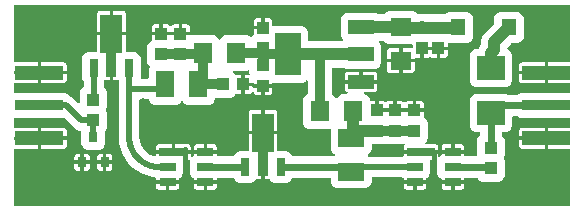
<source format=gbr>
G04 EAGLE Gerber RS-274X export*
G75*
%MOMM*%
%FSLAX34Y34*%
%LPD*%
%INTop Copper*%
%IPPOS*%
%AMOC8*
5,1,8,0,0,1.08239X$1,22.5*%
G01*
%ADD10R,1.400000X0.800000*%
%ADD11R,2.400000X0.800000*%
%ADD12R,0.711000X1.500000*%
%ADD13R,0.914000X2.000000*%
%ADD14R,1.905000X3.334000*%
%ADD15R,2.235200X1.219200*%
%ADD16R,2.200000X3.600000*%
%ADD17R,1.080000X1.050000*%
%ADD18R,1.050000X1.080000*%
%ADD19R,1.800000X1.600000*%
%ADD20R,1.600000X2.200000*%
%ADD21R,2.200000X1.600000*%
%ADD22R,2.400000X2.000000*%
%ADD23R,4.100000X1.250000*%
%ADD24R,4.100000X0.900000*%
%ADD25R,1.600000X1.803000*%
%ADD26R,1.270000X1.470000*%
%ADD27R,0.800000X0.900000*%
%ADD28C,0.508000*%
%ADD29C,0.956400*%
%ADD30C,0.406400*%
%ADD31C,0.756400*%
%ADD32C,1.041400*%
%ADD33C,0.304800*%
%ADD34C,0.635000*%
%ADD35C,0.609600*%
%ADD36C,1.016000*%
%ADD37C,0.812800*%

G36*
X456532Y94616D02*
X456532Y94616D01*
X456603Y94621D01*
X456651Y94642D01*
X456702Y94653D01*
X456763Y94689D01*
X456829Y94718D01*
X456885Y94762D01*
X456913Y94779D01*
X456928Y94797D01*
X456960Y94822D01*
X457666Y95529D01*
X458109Y95712D01*
X458209Y95774D01*
X458309Y95834D01*
X458313Y95838D01*
X458318Y95842D01*
X458393Y95932D01*
X458469Y96020D01*
X458471Y96026D01*
X458475Y96031D01*
X458517Y96140D01*
X458561Y96249D01*
X458562Y96256D01*
X458563Y96261D01*
X458564Y96279D01*
X458579Y96415D01*
X458579Y97537D01*
X467358Y97537D01*
X467378Y97540D01*
X467397Y97538D01*
X467499Y97560D01*
X467601Y97577D01*
X467618Y97586D01*
X467638Y97590D01*
X467727Y97643D01*
X467818Y97692D01*
X467832Y97706D01*
X467849Y97716D01*
X467916Y97795D01*
X467987Y97870D01*
X467996Y97888D01*
X468009Y97903D01*
X468048Y97999D01*
X468091Y98093D01*
X468093Y98113D01*
X468101Y98131D01*
X468119Y98298D01*
X468119Y99061D01*
X468121Y99061D01*
X468121Y98298D01*
X468124Y98278D01*
X468122Y98259D01*
X468144Y98157D01*
X468161Y98055D01*
X468170Y98038D01*
X468174Y98018D01*
X468227Y97929D01*
X468276Y97838D01*
X468290Y97824D01*
X468300Y97807D01*
X468379Y97740D01*
X468454Y97669D01*
X468472Y97660D01*
X468487Y97647D01*
X468583Y97608D01*
X468677Y97565D01*
X468697Y97563D01*
X468715Y97555D01*
X468882Y97537D01*
X477661Y97537D01*
X477661Y96415D01*
X477679Y96301D01*
X477697Y96184D01*
X477699Y96179D01*
X477700Y96173D01*
X477755Y96069D01*
X477808Y95965D01*
X477813Y95961D01*
X477816Y95955D01*
X477901Y95874D01*
X477984Y95793D01*
X477990Y95789D01*
X477994Y95786D01*
X478011Y95778D01*
X478131Y95712D01*
X478491Y95563D01*
X478555Y95548D01*
X478616Y95523D01*
X478699Y95514D01*
X478731Y95507D01*
X478750Y95508D01*
X478782Y95505D01*
X488122Y95505D01*
X488142Y95508D01*
X488161Y95506D01*
X488263Y95528D01*
X488365Y95544D01*
X488382Y95554D01*
X488402Y95558D01*
X488491Y95611D01*
X488582Y95660D01*
X488596Y95674D01*
X488613Y95684D01*
X488680Y95763D01*
X488752Y95838D01*
X488760Y95856D01*
X488773Y95871D01*
X488812Y95967D01*
X488855Y96061D01*
X488857Y96081D01*
X488865Y96099D01*
X488883Y96266D01*
X488883Y109193D01*
X489811Y111434D01*
X491012Y112634D01*
X491065Y112708D01*
X491125Y112778D01*
X491137Y112808D01*
X491156Y112834D01*
X491183Y112921D01*
X491217Y113006D01*
X491221Y113047D01*
X491228Y113069D01*
X491227Y113101D01*
X491235Y113173D01*
X491235Y115272D01*
X491232Y115292D01*
X491234Y115311D01*
X491212Y115413D01*
X491196Y115515D01*
X491186Y115532D01*
X491182Y115552D01*
X491129Y115641D01*
X491080Y115732D01*
X491066Y115746D01*
X491056Y115763D01*
X490977Y115830D01*
X490902Y115902D01*
X490884Y115910D01*
X490869Y115923D01*
X490773Y115962D01*
X490679Y116005D01*
X490659Y116007D01*
X490641Y116015D01*
X490474Y116033D01*
X487167Y116033D01*
X484926Y116961D01*
X483211Y118676D01*
X482283Y120917D01*
X482283Y143343D01*
X483211Y145584D01*
X484926Y147299D01*
X487167Y148227D01*
X513593Y148227D01*
X515027Y147633D01*
X515091Y147618D01*
X515151Y147593D01*
X515234Y147584D01*
X515266Y147577D01*
X515286Y147578D01*
X515318Y147575D01*
X522577Y147575D01*
X522667Y147589D01*
X522758Y147597D01*
X522788Y147609D01*
X522820Y147614D01*
X522901Y147657D01*
X522985Y147693D01*
X523017Y147719D01*
X523037Y147730D01*
X523060Y147753D01*
X523116Y147798D01*
X523416Y148099D01*
X525657Y149027D01*
X553264Y149027D01*
X553329Y149037D01*
X553394Y149038D01*
X553474Y149061D01*
X553507Y149066D01*
X553524Y149076D01*
X553555Y149085D01*
X554096Y149309D01*
X558424Y149309D01*
X558965Y149085D01*
X559029Y149070D01*
X559089Y149045D01*
X559172Y149036D01*
X559204Y149029D01*
X559224Y149030D01*
X559256Y149027D01*
X566928Y149027D01*
X566948Y149030D01*
X566967Y149028D01*
X567069Y149050D01*
X567171Y149066D01*
X567188Y149076D01*
X567208Y149080D01*
X567297Y149133D01*
X567388Y149182D01*
X567402Y149196D01*
X567419Y149206D01*
X567486Y149285D01*
X567558Y149360D01*
X567566Y149378D01*
X567579Y149393D01*
X567618Y149489D01*
X567661Y149583D01*
X567663Y149603D01*
X567671Y149621D01*
X567689Y149788D01*
X567689Y156628D01*
X567686Y156648D01*
X567688Y156667D01*
X567666Y156769D01*
X567650Y156871D01*
X567640Y156888D01*
X567636Y156908D01*
X567583Y156997D01*
X567534Y157088D01*
X567520Y157102D01*
X567510Y157119D01*
X567431Y157186D01*
X567356Y157258D01*
X567338Y157266D01*
X567323Y157279D01*
X567227Y157318D01*
X567133Y157361D01*
X567113Y157363D01*
X567095Y157371D01*
X566928Y157389D01*
X548893Y157389D01*
X548893Y164657D01*
X566928Y164657D01*
X566948Y164660D01*
X566967Y164658D01*
X567069Y164680D01*
X567171Y164697D01*
X567188Y164706D01*
X567208Y164710D01*
X567297Y164763D01*
X567388Y164812D01*
X567402Y164826D01*
X567419Y164836D01*
X567486Y164915D01*
X567558Y164990D01*
X567566Y165008D01*
X567579Y165023D01*
X567618Y165119D01*
X567661Y165213D01*
X567663Y165233D01*
X567671Y165251D01*
X567689Y165418D01*
X567689Y166942D01*
X567686Y166962D01*
X567688Y166981D01*
X567666Y167083D01*
X567650Y167185D01*
X567640Y167202D01*
X567636Y167222D01*
X567583Y167311D01*
X567534Y167402D01*
X567520Y167416D01*
X567510Y167433D01*
X567431Y167500D01*
X567356Y167571D01*
X567338Y167580D01*
X567323Y167593D01*
X567227Y167632D01*
X567133Y167675D01*
X567113Y167677D01*
X567095Y167685D01*
X566928Y167703D01*
X548893Y167703D01*
X548893Y174971D01*
X566928Y174971D01*
X566948Y174974D01*
X566967Y174972D01*
X567069Y174994D01*
X567171Y175010D01*
X567188Y175020D01*
X567208Y175024D01*
X567297Y175077D01*
X567388Y175126D01*
X567402Y175140D01*
X567419Y175150D01*
X567486Y175229D01*
X567558Y175304D01*
X567566Y175322D01*
X567579Y175337D01*
X567618Y175433D01*
X567661Y175527D01*
X567663Y175547D01*
X567671Y175565D01*
X567689Y175732D01*
X567689Y222758D01*
X567686Y222778D01*
X567688Y222797D01*
X567666Y222899D01*
X567650Y223001D01*
X567640Y223018D01*
X567636Y223038D01*
X567583Y223127D01*
X567534Y223218D01*
X567520Y223232D01*
X567510Y223249D01*
X567431Y223316D01*
X567356Y223388D01*
X567338Y223396D01*
X567323Y223409D01*
X567227Y223448D01*
X567133Y223491D01*
X567113Y223493D01*
X567095Y223501D01*
X566928Y223519D01*
X97282Y223519D01*
X97262Y223516D01*
X97243Y223518D01*
X97141Y223496D01*
X97039Y223480D01*
X97022Y223470D01*
X97002Y223466D01*
X96913Y223413D01*
X96822Y223364D01*
X96808Y223350D01*
X96791Y223340D01*
X96724Y223261D01*
X96652Y223186D01*
X96644Y223168D01*
X96631Y223153D01*
X96592Y223057D01*
X96549Y222963D01*
X96547Y222943D01*
X96539Y222925D01*
X96521Y222758D01*
X96521Y175732D01*
X96524Y175712D01*
X96522Y175693D01*
X96544Y175591D01*
X96560Y175489D01*
X96570Y175472D01*
X96574Y175452D01*
X96627Y175363D01*
X96676Y175272D01*
X96690Y175258D01*
X96700Y175241D01*
X96779Y175174D01*
X96854Y175102D01*
X96872Y175094D01*
X96887Y175081D01*
X96983Y175042D01*
X97077Y174999D01*
X97097Y174997D01*
X97115Y174989D01*
X97282Y174971D01*
X116587Y174971D01*
X116587Y167703D01*
X97282Y167703D01*
X97262Y167700D01*
X97243Y167702D01*
X97141Y167680D01*
X97039Y167663D01*
X97022Y167654D01*
X97002Y167650D01*
X96913Y167597D01*
X96822Y167548D01*
X96808Y167534D01*
X96791Y167524D01*
X96724Y167445D01*
X96652Y167370D01*
X96644Y167352D01*
X96631Y167337D01*
X96592Y167241D01*
X96549Y167147D01*
X96547Y167127D01*
X96539Y167109D01*
X96521Y166942D01*
X96521Y165418D01*
X96524Y165398D01*
X96522Y165379D01*
X96544Y165277D01*
X96560Y165175D01*
X96570Y165158D01*
X96574Y165138D01*
X96627Y165049D01*
X96676Y164958D01*
X96690Y164944D01*
X96700Y164927D01*
X96779Y164860D01*
X96854Y164789D01*
X96872Y164780D01*
X96887Y164767D01*
X96983Y164728D01*
X97077Y164685D01*
X97097Y164683D01*
X97115Y164675D01*
X97282Y164657D01*
X116587Y164657D01*
X116587Y157389D01*
X97282Y157389D01*
X97262Y157386D01*
X97243Y157388D01*
X97141Y157366D01*
X97039Y157350D01*
X97022Y157340D01*
X97002Y157336D01*
X96913Y157283D01*
X96822Y157234D01*
X96808Y157220D01*
X96791Y157210D01*
X96724Y157131D01*
X96652Y157056D01*
X96644Y157038D01*
X96631Y157023D01*
X96592Y156927D01*
X96549Y156833D01*
X96547Y156813D01*
X96539Y156795D01*
X96521Y156628D01*
X96521Y149788D01*
X96524Y149768D01*
X96522Y149749D01*
X96544Y149647D01*
X96560Y149545D01*
X96570Y149528D01*
X96574Y149508D01*
X96627Y149419D01*
X96676Y149328D01*
X96690Y149314D01*
X96700Y149297D01*
X96779Y149230D01*
X96854Y149158D01*
X96872Y149150D01*
X96887Y149137D01*
X96983Y149098D01*
X97077Y149055D01*
X97097Y149053D01*
X97115Y149045D01*
X97282Y149027D01*
X103684Y149027D01*
X103749Y149037D01*
X103814Y149038D01*
X103894Y149061D01*
X103927Y149066D01*
X103944Y149076D01*
X103975Y149085D01*
X104516Y149309D01*
X108844Y149309D01*
X109385Y149085D01*
X109449Y149070D01*
X109509Y149045D01*
X109592Y149036D01*
X109624Y149029D01*
X109644Y149030D01*
X109676Y149027D01*
X139823Y149027D01*
X142064Y148099D01*
X143276Y146886D01*
X143329Y146848D01*
X143376Y146802D01*
X143449Y146761D01*
X143476Y146742D01*
X143495Y146736D01*
X143523Y146721D01*
X145862Y145752D01*
X151034Y140580D01*
X151092Y140539D01*
X151144Y140489D01*
X151191Y140467D01*
X151233Y140437D01*
X151302Y140416D01*
X151367Y140386D01*
X151419Y140380D01*
X151469Y140365D01*
X151540Y140366D01*
X151611Y140359D01*
X151662Y140370D01*
X151714Y140371D01*
X151782Y140396D01*
X151852Y140411D01*
X151897Y140437D01*
X151945Y140455D01*
X152001Y140500D01*
X152063Y140537D01*
X152097Y140577D01*
X152137Y140609D01*
X152176Y140669D01*
X152223Y140724D01*
X152242Y140772D01*
X152270Y140816D01*
X152288Y140885D01*
X152315Y140952D01*
X152323Y141023D01*
X152331Y141055D01*
X152329Y141078D01*
X152333Y141119D01*
X152333Y149833D01*
X153261Y152074D01*
X154984Y153796D01*
X155063Y153845D01*
X155163Y153905D01*
X155167Y153909D01*
X155172Y153913D01*
X155247Y154003D01*
X155323Y154092D01*
X155325Y154097D01*
X155329Y154102D01*
X155371Y154211D01*
X155415Y154320D01*
X155416Y154327D01*
X155417Y154332D01*
X155418Y154350D01*
X155433Y154486D01*
X155433Y158865D01*
X155423Y158930D01*
X155422Y158996D01*
X155399Y159076D01*
X155394Y159108D01*
X155384Y159125D01*
X155375Y159157D01*
X154418Y161467D01*
X154418Y178893D01*
X155346Y181134D01*
X157061Y182849D01*
X159302Y183777D01*
X166243Y183777D01*
X166263Y183780D01*
X166282Y183778D01*
X166384Y183800D01*
X166486Y183816D01*
X166503Y183826D01*
X166523Y183830D01*
X166612Y183883D01*
X166703Y183932D01*
X166717Y183946D01*
X166734Y183956D01*
X166801Y184035D01*
X166873Y184110D01*
X166881Y184128D01*
X166894Y184143D01*
X166933Y184239D01*
X166976Y184333D01*
X166978Y184353D01*
X166986Y184371D01*
X167004Y184538D01*
X167004Y197827D01*
X177547Y197827D01*
X177547Y173442D01*
X177550Y173422D01*
X177548Y173403D01*
X177570Y173301D01*
X177587Y173199D01*
X177596Y173182D01*
X177600Y173162D01*
X177653Y173073D01*
X177702Y172982D01*
X177716Y172968D01*
X177726Y172951D01*
X177805Y172884D01*
X177880Y172813D01*
X177898Y172804D01*
X177913Y172791D01*
X178009Y172752D01*
X178103Y172709D01*
X178123Y172707D01*
X178141Y172699D01*
X178308Y172681D01*
X179832Y172681D01*
X179852Y172684D01*
X179871Y172682D01*
X179973Y172704D01*
X180075Y172721D01*
X180092Y172730D01*
X180112Y172734D01*
X180201Y172787D01*
X180292Y172836D01*
X180306Y172850D01*
X180323Y172860D01*
X180390Y172939D01*
X180461Y173014D01*
X180470Y173032D01*
X180483Y173047D01*
X180522Y173143D01*
X180565Y173237D01*
X180567Y173257D01*
X180575Y173275D01*
X180593Y173442D01*
X180593Y197827D01*
X191136Y197827D01*
X191136Y184538D01*
X191139Y184518D01*
X191137Y184499D01*
X191159Y184397D01*
X191175Y184295D01*
X191185Y184278D01*
X191189Y184258D01*
X191242Y184169D01*
X191291Y184078D01*
X191305Y184064D01*
X191315Y184047D01*
X191394Y183980D01*
X191469Y183908D01*
X191487Y183900D01*
X191502Y183887D01*
X191598Y183848D01*
X191692Y183805D01*
X191712Y183803D01*
X191730Y183795D01*
X191897Y183777D01*
X198838Y183777D01*
X201079Y182849D01*
X202794Y181134D01*
X203722Y178893D01*
X203722Y161798D01*
X203725Y161778D01*
X203723Y161759D01*
X203745Y161657D01*
X203761Y161555D01*
X203771Y161538D01*
X203775Y161518D01*
X203828Y161429D01*
X203877Y161338D01*
X203891Y161324D01*
X203901Y161307D01*
X203980Y161240D01*
X204055Y161168D01*
X204073Y161160D01*
X204088Y161147D01*
X204184Y161108D01*
X204278Y161065D01*
X204298Y161063D01*
X204316Y161055D01*
X204483Y161037D01*
X209902Y161037D01*
X209922Y161040D01*
X209941Y161038D01*
X210043Y161060D01*
X210145Y161076D01*
X210162Y161086D01*
X210182Y161090D01*
X210271Y161143D01*
X210362Y161192D01*
X210376Y161206D01*
X210393Y161216D01*
X210460Y161295D01*
X210532Y161370D01*
X210540Y161388D01*
X210553Y161403D01*
X210592Y161499D01*
X210635Y161593D01*
X210637Y161613D01*
X210645Y161631D01*
X210663Y161798D01*
X210663Y168423D01*
X211591Y170663D01*
X211655Y170727D01*
X211666Y170743D01*
X211682Y170755D01*
X211738Y170843D01*
X211798Y170926D01*
X211804Y170945D01*
X211815Y170962D01*
X211840Y171063D01*
X211871Y171161D01*
X211870Y171181D01*
X211875Y171201D01*
X211867Y171304D01*
X211864Y171407D01*
X211857Y171426D01*
X211856Y171446D01*
X211815Y171541D01*
X211780Y171638D01*
X211767Y171654D01*
X211759Y171672D01*
X211655Y171803D01*
X210411Y173046D01*
X209483Y175287D01*
X209483Y188213D01*
X210411Y190454D01*
X212126Y192169D01*
X212692Y192403D01*
X212772Y192452D01*
X212855Y192495D01*
X212876Y192517D01*
X212901Y192533D01*
X212961Y192604D01*
X213026Y192671D01*
X213039Y192699D01*
X213058Y192722D01*
X213092Y192809D01*
X213132Y192893D01*
X213136Y192923D01*
X213146Y192952D01*
X213150Y193045D01*
X213162Y193137D01*
X213156Y193175D01*
X213157Y193197D01*
X213148Y193229D01*
X213136Y193303D01*
X213039Y193666D01*
X213039Y197727D01*
X220218Y197727D01*
X220238Y197730D01*
X220257Y197728D01*
X220359Y197750D01*
X220461Y197767D01*
X220478Y197776D01*
X220498Y197780D01*
X220587Y197833D01*
X220678Y197882D01*
X220692Y197896D01*
X220709Y197906D01*
X220776Y197985D01*
X220847Y198060D01*
X220856Y198078D01*
X220869Y198093D01*
X220908Y198189D01*
X220951Y198283D01*
X220953Y198303D01*
X220961Y198321D01*
X220979Y198488D01*
X220979Y199251D01*
X220981Y199251D01*
X220981Y198488D01*
X220984Y198468D01*
X220982Y198449D01*
X221004Y198347D01*
X221021Y198245D01*
X221030Y198228D01*
X221034Y198208D01*
X221087Y198119D01*
X221136Y198028D01*
X221150Y198014D01*
X221160Y197997D01*
X221239Y197930D01*
X221314Y197859D01*
X221332Y197850D01*
X221347Y197837D01*
X221443Y197798D01*
X221537Y197755D01*
X221557Y197753D01*
X221575Y197745D01*
X221742Y197727D01*
X236728Y197727D01*
X236748Y197730D01*
X236767Y197728D01*
X236869Y197750D01*
X236971Y197767D01*
X236988Y197776D01*
X237008Y197780D01*
X237097Y197833D01*
X237188Y197882D01*
X237202Y197896D01*
X237219Y197906D01*
X237286Y197985D01*
X237357Y198060D01*
X237366Y198078D01*
X237379Y198093D01*
X237418Y198189D01*
X237461Y198283D01*
X237463Y198303D01*
X237471Y198321D01*
X237489Y198488D01*
X237489Y199251D01*
X237491Y199251D01*
X237491Y198488D01*
X237494Y198468D01*
X237492Y198449D01*
X237514Y198347D01*
X237531Y198245D01*
X237540Y198228D01*
X237544Y198208D01*
X237597Y198119D01*
X237646Y198028D01*
X237660Y198014D01*
X237670Y197997D01*
X237749Y197930D01*
X237824Y197859D01*
X237842Y197850D01*
X237857Y197837D01*
X237953Y197798D01*
X238047Y197755D01*
X238067Y197753D01*
X238085Y197745D01*
X238252Y197727D01*
X245963Y197727D01*
X245987Y197716D01*
X246033Y197711D01*
X246076Y197697D01*
X246154Y197697D01*
X246231Y197689D01*
X246276Y197699D01*
X246322Y197699D01*
X246453Y197737D01*
X246472Y197741D01*
X246476Y197744D01*
X246483Y197746D01*
X247077Y197992D01*
X265503Y197992D01*
X267744Y197064D01*
X269459Y195349D01*
X269807Y194508D01*
X269844Y194447D01*
X269874Y194382D01*
X269909Y194343D01*
X269936Y194299D01*
X269991Y194253D01*
X270040Y194200D01*
X270086Y194175D01*
X270126Y194142D01*
X270193Y194116D01*
X270256Y194082D01*
X270307Y194073D01*
X270355Y194054D01*
X270427Y194051D01*
X270498Y194038D01*
X270549Y194046D01*
X270601Y194044D01*
X270670Y194064D01*
X270741Y194074D01*
X270787Y194098D01*
X270837Y194112D01*
X270896Y194153D01*
X270960Y194185D01*
X270997Y194223D01*
X271039Y194252D01*
X271082Y194310D01*
X271132Y194361D01*
X271167Y194424D01*
X271186Y194450D01*
X271193Y194472D01*
X271213Y194508D01*
X271561Y195349D01*
X273276Y197064D01*
X275517Y197992D01*
X293943Y197992D01*
X296184Y197064D01*
X296704Y196543D01*
X296720Y196531D01*
X296733Y196516D01*
X296820Y196460D01*
X296904Y196399D01*
X296923Y196393D01*
X296940Y196383D01*
X297040Y196357D01*
X297139Y196327D01*
X297159Y196327D01*
X297178Y196323D01*
X297281Y196331D01*
X297385Y196333D01*
X297404Y196340D01*
X297424Y196342D01*
X297518Y196382D01*
X297616Y196418D01*
X297632Y196430D01*
X297650Y196438D01*
X297781Y196543D01*
X298486Y197249D01*
X299052Y197483D01*
X299132Y197532D01*
X299215Y197575D01*
X299236Y197597D01*
X299261Y197613D01*
X299321Y197684D01*
X299386Y197751D01*
X299399Y197779D01*
X299418Y197802D01*
X299452Y197889D01*
X299492Y197973D01*
X299496Y198003D01*
X299506Y198032D01*
X299510Y198125D01*
X299522Y198217D01*
X299516Y198255D01*
X299517Y198277D01*
X299508Y198309D01*
X299496Y198383D01*
X299399Y198745D01*
X299399Y202807D01*
X306578Y202807D01*
X306598Y202810D01*
X306617Y202808D01*
X306719Y202830D01*
X306821Y202847D01*
X306838Y202856D01*
X306858Y202860D01*
X306947Y202913D01*
X307038Y202962D01*
X307052Y202976D01*
X307069Y202986D01*
X307136Y203065D01*
X307207Y203140D01*
X307216Y203158D01*
X307229Y203173D01*
X307268Y203269D01*
X307311Y203363D01*
X307313Y203383D01*
X307321Y203401D01*
X307339Y203568D01*
X307339Y204331D01*
X308102Y204331D01*
X308122Y204334D01*
X308141Y204332D01*
X308243Y204354D01*
X308345Y204371D01*
X308362Y204380D01*
X308382Y204384D01*
X308471Y204437D01*
X308562Y204486D01*
X308576Y204500D01*
X308593Y204510D01*
X308660Y204589D01*
X308731Y204664D01*
X308740Y204682D01*
X308753Y204697D01*
X308792Y204793D01*
X308835Y204887D01*
X308837Y204907D01*
X308845Y204925D01*
X308863Y205092D01*
X308863Y212121D01*
X313074Y212121D01*
X313721Y211948D01*
X314300Y211613D01*
X314773Y211140D01*
X315108Y210561D01*
X315281Y209914D01*
X315281Y206462D01*
X315288Y206416D01*
X315286Y206369D01*
X315308Y206295D01*
X315320Y206219D01*
X315342Y206178D01*
X315355Y206133D01*
X315400Y206070D01*
X315436Y206002D01*
X315469Y205970D01*
X315496Y205932D01*
X315558Y205886D01*
X315614Y205833D01*
X315656Y205813D01*
X315694Y205785D01*
X315767Y205762D01*
X315837Y205729D01*
X315883Y205724D01*
X315928Y205710D01*
X316005Y205710D01*
X316081Y205702D01*
X316103Y205707D01*
X340633Y205707D01*
X342874Y204779D01*
X344589Y203064D01*
X345517Y200823D01*
X345517Y193548D01*
X345520Y193528D01*
X345518Y193509D01*
X345540Y193407D01*
X345556Y193305D01*
X345566Y193288D01*
X345570Y193268D01*
X345623Y193179D01*
X345672Y193088D01*
X345686Y193074D01*
X345696Y193057D01*
X345775Y192990D01*
X345850Y192918D01*
X345868Y192910D01*
X345883Y192897D01*
X345979Y192858D01*
X346073Y192815D01*
X346093Y192813D01*
X346111Y192805D01*
X346278Y192787D01*
X374603Y192787D01*
X374674Y192798D01*
X374746Y192800D01*
X374795Y192818D01*
X374846Y192826D01*
X374909Y192860D01*
X374977Y192885D01*
X375017Y192917D01*
X375064Y192942D01*
X375113Y192994D01*
X375169Y193038D01*
X375197Y193082D01*
X375233Y193120D01*
X375263Y193185D01*
X375302Y193245D01*
X375315Y193296D01*
X375337Y193343D01*
X375344Y193414D01*
X375362Y193484D01*
X375358Y193536D01*
X375364Y193587D01*
X375348Y193658D01*
X375343Y193729D01*
X375322Y193777D01*
X375311Y193828D01*
X375275Y193889D01*
X375246Y193955D01*
X375202Y194011D01*
X375185Y194039D01*
X375167Y194054D01*
X375142Y194086D01*
X374053Y195174D01*
X373125Y197415D01*
X373125Y212033D01*
X374053Y214274D01*
X375768Y215989D01*
X378009Y216917D01*
X402787Y216917D01*
X405028Y215989D01*
X405116Y215900D01*
X405190Y215847D01*
X405260Y215787D01*
X405290Y215775D01*
X405316Y215756D01*
X405403Y215729D01*
X405488Y215695D01*
X405529Y215691D01*
X405551Y215684D01*
X405583Y215685D01*
X405655Y215677D01*
X409419Y215677D01*
X409509Y215691D01*
X409600Y215699D01*
X409630Y215711D01*
X409662Y215716D01*
X409743Y215759D01*
X409827Y215795D01*
X409859Y215821D01*
X409879Y215832D01*
X409902Y215855D01*
X409958Y215900D01*
X411726Y217669D01*
X413967Y218597D01*
X434393Y218597D01*
X436634Y217669D01*
X438402Y215900D01*
X438476Y215847D01*
X438546Y215787D01*
X438576Y215775D01*
X438602Y215756D01*
X438689Y215729D01*
X438774Y215695D01*
X438815Y215691D01*
X438837Y215684D01*
X438869Y215685D01*
X438941Y215677D01*
X448573Y215677D01*
X448654Y215643D01*
X448742Y215622D01*
X448829Y215594D01*
X448862Y215594D01*
X448893Y215587D01*
X448984Y215596D01*
X449075Y215596D01*
X449115Y215608D01*
X449138Y215610D01*
X449167Y215623D01*
X449236Y215643D01*
X449317Y215677D01*
X461099Y215677D01*
X461189Y215691D01*
X461280Y215699D01*
X461310Y215711D01*
X461342Y215716D01*
X461423Y215759D01*
X461507Y215795D01*
X461539Y215821D01*
X461559Y215832D01*
X461582Y215855D01*
X461638Y215900D01*
X462726Y216989D01*
X464967Y217917D01*
X480093Y217917D01*
X482334Y216989D01*
X484049Y215274D01*
X484977Y213033D01*
X484977Y195907D01*
X484049Y193666D01*
X482334Y191951D01*
X480093Y191023D01*
X464967Y191023D01*
X464923Y191041D01*
X464879Y191052D01*
X464837Y191071D01*
X464760Y191080D01*
X464684Y191098D01*
X464638Y191093D01*
X464593Y191098D01*
X464517Y191082D01*
X464439Y191075D01*
X464397Y191056D01*
X464352Y191046D01*
X464285Y191006D01*
X464214Y190975D01*
X464180Y190944D01*
X464141Y190920D01*
X464091Y190861D01*
X464033Y190808D01*
X464011Y190768D01*
X463981Y190733D01*
X463952Y190661D01*
X463915Y190593D01*
X463906Y190548D01*
X463889Y190505D01*
X463874Y190369D01*
X463871Y190351D01*
X463872Y190346D01*
X463871Y190338D01*
X463871Y188353D01*
X456692Y188353D01*
X456672Y188350D01*
X456653Y188352D01*
X456551Y188330D01*
X456449Y188313D01*
X456432Y188304D01*
X456412Y188300D01*
X456323Y188247D01*
X456232Y188198D01*
X456218Y188184D01*
X456201Y188174D01*
X456134Y188095D01*
X456063Y188020D01*
X456054Y188002D01*
X456041Y187987D01*
X456002Y187891D01*
X455959Y187797D01*
X455957Y187777D01*
X455949Y187759D01*
X455931Y187592D01*
X455931Y186829D01*
X455929Y186829D01*
X455929Y187592D01*
X455926Y187612D01*
X455928Y187631D01*
X455906Y187733D01*
X455889Y187835D01*
X455880Y187852D01*
X455876Y187872D01*
X455823Y187961D01*
X455774Y188052D01*
X455760Y188066D01*
X455750Y188083D01*
X455671Y188150D01*
X455596Y188221D01*
X455578Y188230D01*
X455563Y188243D01*
X455467Y188282D01*
X455373Y188325D01*
X455353Y188327D01*
X455335Y188335D01*
X455168Y188353D01*
X442722Y188353D01*
X442702Y188350D01*
X442683Y188352D01*
X442581Y188330D01*
X442479Y188313D01*
X442462Y188304D01*
X442442Y188300D01*
X442353Y188247D01*
X442262Y188198D01*
X442248Y188184D01*
X442231Y188174D01*
X442164Y188095D01*
X442093Y188020D01*
X442084Y188002D01*
X442071Y187987D01*
X442032Y187891D01*
X441989Y187797D01*
X441987Y187777D01*
X441979Y187759D01*
X441961Y187592D01*
X441961Y186829D01*
X441198Y186829D01*
X441178Y186826D01*
X441159Y186828D01*
X441057Y186806D01*
X440955Y186789D01*
X440938Y186780D01*
X440918Y186776D01*
X440829Y186723D01*
X440738Y186674D01*
X440724Y186660D01*
X440707Y186650D01*
X440640Y186571D01*
X440569Y186496D01*
X440560Y186478D01*
X440547Y186463D01*
X440508Y186367D01*
X440465Y186273D01*
X440463Y186253D01*
X440455Y186235D01*
X440437Y186068D01*
X440437Y179039D01*
X436482Y179039D01*
X436462Y179036D01*
X436443Y179038D01*
X436341Y179016D01*
X436239Y179000D01*
X436222Y178990D01*
X436202Y178986D01*
X436113Y178933D01*
X436022Y178884D01*
X436008Y178870D01*
X435991Y178860D01*
X435924Y178781D01*
X435852Y178706D01*
X435844Y178688D01*
X435831Y178673D01*
X435792Y178577D01*
X435749Y178483D01*
X435747Y178463D01*
X435739Y178445D01*
X435721Y178278D01*
X435721Y178023D01*
X425703Y178023D01*
X425703Y187041D01*
X433258Y187041D01*
X433278Y187044D01*
X433297Y187042D01*
X433399Y187064D01*
X433501Y187080D01*
X433518Y187090D01*
X433538Y187094D01*
X433627Y187147D01*
X433718Y187196D01*
X433732Y187210D01*
X433749Y187220D01*
X433816Y187299D01*
X433888Y187374D01*
X433896Y187392D01*
X433909Y187407D01*
X433948Y187503D01*
X433991Y187597D01*
X433993Y187617D01*
X434001Y187635D01*
X434019Y187802D01*
X434019Y189642D01*
X434016Y189662D01*
X434018Y189681D01*
X433996Y189783D01*
X433980Y189885D01*
X433970Y189902D01*
X433966Y189922D01*
X433913Y190011D01*
X433864Y190102D01*
X433850Y190116D01*
X433840Y190133D01*
X433761Y190200D01*
X433686Y190272D01*
X433668Y190280D01*
X433653Y190293D01*
X433557Y190332D01*
X433463Y190375D01*
X433443Y190377D01*
X433425Y190385D01*
X433258Y190403D01*
X413967Y190403D01*
X411726Y191331D01*
X409958Y193100D01*
X409884Y193153D01*
X409814Y193213D01*
X409784Y193225D01*
X409758Y193244D01*
X409671Y193271D01*
X409586Y193305D01*
X409545Y193309D01*
X409523Y193316D01*
X409491Y193315D01*
X409419Y193323D01*
X406417Y193323D01*
X406346Y193312D01*
X406274Y193310D01*
X406225Y193292D01*
X406174Y193284D01*
X406111Y193250D01*
X406043Y193225D01*
X406003Y193193D01*
X405956Y193168D01*
X405907Y193116D01*
X405851Y193072D01*
X405823Y193028D01*
X405787Y192990D01*
X405757Y192925D01*
X405718Y192865D01*
X405705Y192814D01*
X405683Y192767D01*
X405676Y192696D01*
X405658Y192626D01*
X405662Y192574D01*
X405656Y192523D01*
X405672Y192452D01*
X405677Y192381D01*
X405698Y192333D01*
X405709Y192282D01*
X405745Y192221D01*
X405774Y192155D01*
X405818Y192099D01*
X405835Y192071D01*
X405853Y192056D01*
X405878Y192024D01*
X406743Y191160D01*
X407671Y188919D01*
X407671Y174301D01*
X406743Y172060D01*
X405028Y170345D01*
X402787Y169417D01*
X378009Y169417D01*
X375696Y170375D01*
X375633Y170390D01*
X375572Y170415D01*
X375489Y170424D01*
X375457Y170431D01*
X375438Y170430D01*
X375405Y170433D01*
X366272Y170433D01*
X366252Y170430D01*
X366233Y170432D01*
X366131Y170410D01*
X366029Y170394D01*
X366012Y170384D01*
X365992Y170380D01*
X365903Y170327D01*
X365812Y170278D01*
X365798Y170264D01*
X365781Y170254D01*
X365714Y170175D01*
X365642Y170100D01*
X365634Y170082D01*
X365621Y170067D01*
X365582Y169971D01*
X365539Y169877D01*
X365537Y169857D01*
X365529Y169839D01*
X365511Y169672D01*
X365511Y148578D01*
X365530Y148463D01*
X365547Y148347D01*
X365549Y148341D01*
X365550Y148335D01*
X365605Y148232D01*
X365658Y148128D01*
X365663Y148123D01*
X365666Y148118D01*
X365750Y148038D01*
X365834Y147955D01*
X365840Y147952D01*
X365844Y147948D01*
X365861Y147940D01*
X365981Y147874D01*
X366804Y147534D01*
X368519Y145819D01*
X368867Y144978D01*
X368904Y144917D01*
X368934Y144852D01*
X368969Y144813D01*
X368996Y144769D01*
X369051Y144723D01*
X369100Y144670D01*
X369146Y144645D01*
X369186Y144612D01*
X369253Y144586D01*
X369316Y144552D01*
X369367Y144543D01*
X369415Y144524D01*
X369487Y144521D01*
X369558Y144508D01*
X369609Y144516D01*
X369661Y144514D01*
X369730Y144534D01*
X369801Y144544D01*
X369847Y144568D01*
X369897Y144582D01*
X369956Y144623D01*
X370020Y144655D01*
X370057Y144693D01*
X370099Y144722D01*
X370142Y144780D01*
X370192Y144831D01*
X370227Y144894D01*
X370246Y144920D01*
X370253Y144942D01*
X370273Y144978D01*
X370621Y145819D01*
X372336Y147534D01*
X374577Y148462D01*
X378321Y148462D01*
X378345Y148466D01*
X378369Y148463D01*
X378466Y148485D01*
X378564Y148501D01*
X378585Y148513D01*
X378609Y148518D01*
X378693Y148570D01*
X378781Y148617D01*
X378798Y148634D01*
X378818Y148647D01*
X378882Y148723D01*
X378950Y148795D01*
X378961Y148817D01*
X378976Y148835D01*
X379012Y148928D01*
X379054Y149018D01*
X379057Y149042D01*
X379066Y149064D01*
X379070Y149164D01*
X379081Y149262D01*
X379076Y149286D01*
X379077Y149310D01*
X379050Y149406D01*
X379029Y149503D01*
X379017Y149524D01*
X379010Y149547D01*
X378954Y149629D01*
X378903Y149714D01*
X378884Y149730D01*
X378871Y149749D01*
X378792Y149809D01*
X378716Y149874D01*
X378693Y149883D01*
X378674Y149897D01*
X378518Y149958D01*
X378241Y150032D01*
X377662Y150367D01*
X377189Y150840D01*
X376854Y151419D01*
X376681Y152066D01*
X376681Y156973D01*
X389636Y156973D01*
X389656Y156976D01*
X389675Y156974D01*
X389777Y156996D01*
X389879Y157013D01*
X389896Y157022D01*
X389916Y157026D01*
X390005Y157079D01*
X390096Y157128D01*
X390110Y157142D01*
X390127Y157152D01*
X390194Y157231D01*
X390265Y157306D01*
X390274Y157324D01*
X390287Y157339D01*
X390326Y157435D01*
X390369Y157529D01*
X390371Y157549D01*
X390379Y157567D01*
X390397Y157734D01*
X390397Y158497D01*
X390399Y158497D01*
X390399Y157734D01*
X390402Y157714D01*
X390400Y157695D01*
X390422Y157593D01*
X390439Y157491D01*
X390448Y157474D01*
X390452Y157454D01*
X390505Y157365D01*
X390554Y157274D01*
X390568Y157260D01*
X390578Y157243D01*
X390657Y157176D01*
X390732Y157105D01*
X390750Y157096D01*
X390765Y157083D01*
X390861Y157044D01*
X390955Y157001D01*
X390975Y156999D01*
X390993Y156991D01*
X391160Y156973D01*
X404115Y156973D01*
X404115Y152066D01*
X403942Y151419D01*
X403607Y150840D01*
X403134Y150367D01*
X402555Y150032D01*
X401908Y149859D01*
X393456Y149859D01*
X393360Y149844D01*
X393263Y149834D01*
X393239Y149824D01*
X393213Y149820D01*
X393127Y149774D01*
X393038Y149734D01*
X393019Y149717D01*
X392996Y149704D01*
X392929Y149634D01*
X392857Y149568D01*
X392844Y149545D01*
X392826Y149526D01*
X392785Y149438D01*
X392738Y149352D01*
X392734Y149327D01*
X392723Y149303D01*
X392712Y149206D01*
X392695Y149110D01*
X392698Y149084D01*
X392696Y149059D01*
X392716Y148963D01*
X392730Y148867D01*
X392742Y148844D01*
X392748Y148818D01*
X392798Y148735D01*
X392842Y148648D01*
X392861Y148629D01*
X392874Y148607D01*
X392948Y148544D01*
X393018Y148476D01*
X393046Y148460D01*
X393061Y148447D01*
X393092Y148435D01*
X393164Y148395D01*
X395244Y147534D01*
X396959Y145819D01*
X397887Y143578D01*
X397887Y143032D01*
X397890Y143012D01*
X397888Y142993D01*
X397910Y142891D01*
X397926Y142789D01*
X397936Y142772D01*
X397940Y142752D01*
X397993Y142663D01*
X398042Y142572D01*
X398056Y142558D01*
X398066Y142541D01*
X398145Y142474D01*
X398220Y142402D01*
X398238Y142394D01*
X398253Y142381D01*
X398349Y142342D01*
X398443Y142299D01*
X398463Y142297D01*
X398481Y142289D01*
X398648Y142271D01*
X402337Y142271D01*
X402337Y135242D01*
X402340Y135222D01*
X402338Y135203D01*
X402360Y135101D01*
X402377Y134999D01*
X402386Y134982D01*
X402390Y134962D01*
X402443Y134873D01*
X402492Y134782D01*
X402506Y134768D01*
X402516Y134751D01*
X402595Y134684D01*
X402670Y134613D01*
X402688Y134604D01*
X402703Y134591D01*
X402799Y134552D01*
X402893Y134509D01*
X402913Y134507D01*
X402931Y134499D01*
X403098Y134481D01*
X403861Y134481D01*
X403861Y133718D01*
X403864Y133698D01*
X403862Y133679D01*
X403884Y133577D01*
X403901Y133475D01*
X403910Y133458D01*
X403914Y133438D01*
X403967Y133349D01*
X404016Y133258D01*
X404030Y133244D01*
X404040Y133227D01*
X404119Y133160D01*
X404194Y133089D01*
X404212Y133080D01*
X404227Y133067D01*
X404323Y133028D01*
X404417Y132985D01*
X404437Y132983D01*
X404455Y132975D01*
X404622Y132957D01*
X418338Y132957D01*
X418358Y132960D01*
X418377Y132958D01*
X418479Y132980D01*
X418581Y132997D01*
X418598Y133006D01*
X418618Y133010D01*
X418707Y133063D01*
X418798Y133112D01*
X418812Y133126D01*
X418829Y133136D01*
X418896Y133215D01*
X418967Y133290D01*
X418976Y133308D01*
X418989Y133323D01*
X419028Y133419D01*
X419071Y133513D01*
X419073Y133533D01*
X419081Y133551D01*
X419099Y133718D01*
X419099Y134481D01*
X419101Y134481D01*
X419101Y133718D01*
X419104Y133698D01*
X419102Y133679D01*
X419124Y133577D01*
X419141Y133475D01*
X419150Y133458D01*
X419154Y133438D01*
X419207Y133349D01*
X419256Y133258D01*
X419270Y133244D01*
X419280Y133227D01*
X419359Y133160D01*
X419434Y133089D01*
X419452Y133080D01*
X419467Y133067D01*
X419563Y133028D01*
X419657Y132985D01*
X419677Y132983D01*
X419695Y132975D01*
X419862Y132957D01*
X434848Y132957D01*
X434868Y132960D01*
X434887Y132958D01*
X434989Y132980D01*
X435091Y132997D01*
X435108Y133006D01*
X435128Y133010D01*
X435217Y133063D01*
X435308Y133112D01*
X435322Y133126D01*
X435339Y133136D01*
X435406Y133215D01*
X435477Y133290D01*
X435486Y133308D01*
X435499Y133323D01*
X435538Y133419D01*
X435581Y133513D01*
X435583Y133533D01*
X435591Y133551D01*
X435609Y133718D01*
X435609Y134481D01*
X435611Y134481D01*
X435611Y133718D01*
X435614Y133698D01*
X435612Y133679D01*
X435634Y133577D01*
X435651Y133475D01*
X435660Y133458D01*
X435664Y133438D01*
X435717Y133349D01*
X435766Y133258D01*
X435780Y133244D01*
X435790Y133227D01*
X435869Y133160D01*
X435944Y133089D01*
X435962Y133080D01*
X435977Y133067D01*
X436073Y133028D01*
X436167Y132985D01*
X436187Y132983D01*
X436205Y132975D01*
X436372Y132957D01*
X443551Y132957D01*
X443551Y128895D01*
X443454Y128533D01*
X443444Y128441D01*
X443428Y128349D01*
X443432Y128319D01*
X443429Y128289D01*
X443450Y128198D01*
X443464Y128105D01*
X443477Y128078D01*
X443484Y128049D01*
X443533Y127969D01*
X443575Y127886D01*
X443597Y127865D01*
X443613Y127839D01*
X443684Y127779D01*
X443751Y127714D01*
X443784Y127695D01*
X443801Y127681D01*
X443832Y127669D01*
X443898Y127633D01*
X444464Y127399D01*
X446179Y125684D01*
X447107Y123443D01*
X447107Y110517D01*
X446179Y108276D01*
X444802Y106900D01*
X444760Y106842D01*
X444711Y106790D01*
X444689Y106743D01*
X444659Y106701D01*
X444638Y106632D01*
X444607Y106567D01*
X444602Y106515D01*
X444586Y106465D01*
X444588Y106394D01*
X444580Y106323D01*
X444591Y106272D01*
X444593Y106220D01*
X444617Y106152D01*
X444633Y106082D01*
X444659Y106037D01*
X444677Y105989D01*
X444722Y105933D01*
X444759Y105871D01*
X444798Y105837D01*
X444831Y105797D01*
X444891Y105758D01*
X444946Y105711D01*
X444994Y105692D01*
X445038Y105664D01*
X445107Y105646D01*
X445174Y105619D01*
X445245Y105611D01*
X445276Y105603D01*
X445300Y105605D01*
X445341Y105601D01*
X453454Y105601D01*
X454101Y105428D01*
X454680Y105093D01*
X455153Y104620D01*
X455488Y104041D01*
X455661Y103394D01*
X455661Y100583D01*
X441882Y100583D01*
X441862Y100580D01*
X441843Y100582D01*
X441741Y100560D01*
X441639Y100543D01*
X441622Y100534D01*
X441602Y100530D01*
X441513Y100477D01*
X441422Y100428D01*
X441408Y100414D01*
X441391Y100404D01*
X441324Y100325D01*
X441253Y100250D01*
X441244Y100232D01*
X441231Y100217D01*
X441192Y100121D01*
X441149Y100027D01*
X441147Y100007D01*
X441139Y99989D01*
X441121Y99822D01*
X441121Y98298D01*
X441124Y98278D01*
X441122Y98259D01*
X441144Y98157D01*
X441161Y98055D01*
X441170Y98038D01*
X441174Y98018D01*
X441227Y97929D01*
X441276Y97838D01*
X441290Y97824D01*
X441300Y97807D01*
X441379Y97740D01*
X441454Y97669D01*
X441472Y97660D01*
X441487Y97647D01*
X441583Y97608D01*
X441677Y97565D01*
X441697Y97563D01*
X441715Y97555D01*
X441882Y97537D01*
X455661Y97537D01*
X455661Y95361D01*
X455672Y95290D01*
X455674Y95218D01*
X455692Y95169D01*
X455700Y95118D01*
X455734Y95055D01*
X455759Y94987D01*
X455791Y94946D01*
X455816Y94900D01*
X455867Y94851D01*
X455912Y94795D01*
X455956Y94767D01*
X455994Y94731D01*
X456059Y94701D01*
X456119Y94662D01*
X456170Y94649D01*
X456217Y94627D01*
X456288Y94620D01*
X456358Y94602D01*
X456410Y94606D01*
X456461Y94600D01*
X456532Y94616D01*
G37*
G36*
X566948Y53344D02*
X566948Y53344D01*
X566967Y53342D01*
X567069Y53364D01*
X567171Y53380D01*
X567188Y53390D01*
X567208Y53394D01*
X567297Y53447D01*
X567388Y53496D01*
X567402Y53510D01*
X567419Y53520D01*
X567486Y53599D01*
X567558Y53674D01*
X567566Y53692D01*
X567579Y53707D01*
X567618Y53803D01*
X567661Y53897D01*
X567663Y53917D01*
X567671Y53935D01*
X567689Y54102D01*
X567689Y101128D01*
X567686Y101148D01*
X567688Y101167D01*
X567666Y101269D01*
X567650Y101371D01*
X567640Y101388D01*
X567636Y101408D01*
X567583Y101497D01*
X567534Y101588D01*
X567520Y101602D01*
X567510Y101619D01*
X567431Y101686D01*
X567356Y101758D01*
X567338Y101766D01*
X567323Y101779D01*
X567227Y101818D01*
X567133Y101861D01*
X567113Y101863D01*
X567095Y101871D01*
X566928Y101889D01*
X548893Y101889D01*
X548893Y109157D01*
X566928Y109157D01*
X566948Y109160D01*
X566967Y109158D01*
X567069Y109180D01*
X567171Y109197D01*
X567188Y109206D01*
X567208Y109210D01*
X567297Y109263D01*
X567388Y109312D01*
X567402Y109326D01*
X567419Y109336D01*
X567486Y109415D01*
X567558Y109490D01*
X567566Y109508D01*
X567579Y109523D01*
X567618Y109619D01*
X567661Y109713D01*
X567663Y109733D01*
X567671Y109751D01*
X567689Y109918D01*
X567689Y111442D01*
X567686Y111462D01*
X567688Y111481D01*
X567666Y111583D01*
X567650Y111685D01*
X567640Y111702D01*
X567636Y111722D01*
X567583Y111811D01*
X567534Y111902D01*
X567520Y111916D01*
X567510Y111933D01*
X567431Y112000D01*
X567356Y112071D01*
X567338Y112080D01*
X567323Y112093D01*
X567227Y112132D01*
X567133Y112175D01*
X567113Y112177D01*
X567095Y112185D01*
X566928Y112203D01*
X548893Y112203D01*
X548893Y119471D01*
X566928Y119471D01*
X566948Y119474D01*
X566967Y119472D01*
X567069Y119494D01*
X567171Y119510D01*
X567188Y119520D01*
X567208Y119524D01*
X567297Y119577D01*
X567388Y119626D01*
X567402Y119640D01*
X567419Y119650D01*
X567486Y119729D01*
X567558Y119804D01*
X567566Y119822D01*
X567579Y119837D01*
X567618Y119933D01*
X567661Y120027D01*
X567663Y120047D01*
X567671Y120065D01*
X567689Y120232D01*
X567689Y127072D01*
X567686Y127092D01*
X567688Y127111D01*
X567666Y127213D01*
X567650Y127315D01*
X567640Y127332D01*
X567636Y127352D01*
X567583Y127441D01*
X567534Y127532D01*
X567520Y127546D01*
X567510Y127563D01*
X567431Y127630D01*
X567356Y127702D01*
X567338Y127710D01*
X567323Y127723D01*
X567227Y127762D01*
X567133Y127805D01*
X567113Y127807D01*
X567095Y127815D01*
X566928Y127833D01*
X559256Y127833D01*
X559191Y127823D01*
X559126Y127822D01*
X559046Y127799D01*
X559013Y127794D01*
X558996Y127784D01*
X558965Y127775D01*
X558424Y127551D01*
X554096Y127551D01*
X553555Y127775D01*
X553491Y127790D01*
X553431Y127815D01*
X553348Y127824D01*
X553316Y127831D01*
X553296Y127830D01*
X553264Y127833D01*
X525657Y127833D01*
X523416Y128761D01*
X523116Y129062D01*
X523042Y129115D01*
X522972Y129175D01*
X522942Y129187D01*
X522916Y129206D01*
X522829Y129233D01*
X522744Y129267D01*
X522703Y129271D01*
X522681Y129278D01*
X522649Y129277D01*
X522577Y129285D01*
X519238Y129285D01*
X519218Y129282D01*
X519199Y129284D01*
X519097Y129262D01*
X518995Y129246D01*
X518978Y129236D01*
X518958Y129232D01*
X518869Y129179D01*
X518778Y129130D01*
X518764Y129116D01*
X518747Y129106D01*
X518680Y129027D01*
X518608Y128952D01*
X518600Y128934D01*
X518587Y128919D01*
X518548Y128823D01*
X518505Y128729D01*
X518503Y128709D01*
X518495Y128691D01*
X518477Y128524D01*
X518477Y120917D01*
X517549Y118676D01*
X515834Y116961D01*
X513593Y116033D01*
X510286Y116033D01*
X510266Y116030D01*
X510247Y116032D01*
X510145Y116010D01*
X510043Y115994D01*
X510026Y115984D01*
X510006Y115980D01*
X509917Y115927D01*
X509826Y115878D01*
X509812Y115864D01*
X509795Y115854D01*
X509728Y115775D01*
X509656Y115700D01*
X509648Y115682D01*
X509635Y115667D01*
X509596Y115570D01*
X509553Y115477D01*
X509551Y115457D01*
X509543Y115439D01*
X509525Y115272D01*
X509525Y113173D01*
X509539Y113083D01*
X509547Y112992D01*
X509559Y112962D01*
X509564Y112930D01*
X509607Y112849D01*
X509643Y112765D01*
X509669Y112733D01*
X509680Y112713D01*
X509703Y112690D01*
X509748Y112634D01*
X510949Y111434D01*
X511877Y109193D01*
X511877Y96267D01*
X511050Y94271D01*
X511029Y94183D01*
X511001Y94096D01*
X511001Y94063D01*
X510994Y94032D01*
X511002Y93941D01*
X511003Y93850D01*
X511015Y93810D01*
X511017Y93787D01*
X511030Y93758D01*
X511050Y93689D01*
X511877Y91693D01*
X511877Y78767D01*
X510949Y76526D01*
X509234Y74811D01*
X506993Y73883D01*
X493767Y73883D01*
X491526Y74811D01*
X489811Y76526D01*
X489721Y76745D01*
X489659Y76845D01*
X489599Y76945D01*
X489595Y76949D01*
X489591Y76954D01*
X489501Y77029D01*
X489412Y77105D01*
X489407Y77107D01*
X489402Y77111D01*
X489293Y77153D01*
X489184Y77197D01*
X489177Y77198D01*
X489172Y77199D01*
X489154Y77200D01*
X489017Y77215D01*
X478782Y77215D01*
X478718Y77205D01*
X478652Y77204D01*
X478572Y77181D01*
X478540Y77176D01*
X478523Y77166D01*
X478491Y77157D01*
X478131Y77008D01*
X478031Y76946D01*
X477931Y76886D01*
X477927Y76882D01*
X477922Y76878D01*
X477847Y76789D01*
X477771Y76700D01*
X477769Y76694D01*
X477765Y76689D01*
X477723Y76581D01*
X477679Y76471D01*
X477678Y76464D01*
X477677Y76459D01*
X477676Y76441D01*
X477661Y76305D01*
X477661Y75183D01*
X468882Y75183D01*
X468862Y75180D01*
X468843Y75182D01*
X468741Y75160D01*
X468639Y75143D01*
X468622Y75134D01*
X468602Y75130D01*
X468513Y75077D01*
X468422Y75028D01*
X468408Y75014D01*
X468391Y75004D01*
X468324Y74925D01*
X468253Y74850D01*
X468244Y74832D01*
X468231Y74817D01*
X468192Y74721D01*
X468149Y74627D01*
X468147Y74607D01*
X468139Y74589D01*
X468121Y74422D01*
X468121Y73659D01*
X468119Y73659D01*
X468119Y74422D01*
X468116Y74442D01*
X468118Y74461D01*
X468096Y74563D01*
X468079Y74665D01*
X468070Y74682D01*
X468066Y74702D01*
X468013Y74791D01*
X467964Y74882D01*
X467950Y74896D01*
X467940Y74913D01*
X467861Y74980D01*
X467786Y75051D01*
X467768Y75060D01*
X467753Y75073D01*
X467657Y75112D01*
X467563Y75155D01*
X467543Y75157D01*
X467525Y75165D01*
X467358Y75183D01*
X458579Y75183D01*
X458579Y76305D01*
X458560Y76419D01*
X458543Y76536D01*
X458541Y76541D01*
X458540Y76547D01*
X458485Y76650D01*
X458432Y76755D01*
X458427Y76759D01*
X458424Y76765D01*
X458340Y76845D01*
X458256Y76927D01*
X458250Y76931D01*
X458246Y76934D01*
X458229Y76942D01*
X458109Y77008D01*
X457666Y77191D01*
X455951Y78906D01*
X455023Y81147D01*
X455023Y91573D01*
X455069Y91684D01*
X455074Y91706D01*
X455085Y91725D01*
X455102Y91825D01*
X455126Y91924D01*
X455124Y91945D01*
X455127Y91967D01*
X455112Y92068D01*
X455103Y92168D01*
X455094Y92189D01*
X455090Y92210D01*
X455044Y92300D01*
X455003Y92393D01*
X454988Y92409D01*
X454978Y92429D01*
X454905Y92500D01*
X454836Y92574D01*
X454817Y92585D01*
X454801Y92600D01*
X454709Y92644D01*
X454621Y92693D01*
X454599Y92697D01*
X454579Y92706D01*
X454478Y92719D01*
X454379Y92737D01*
X454357Y92733D01*
X454335Y92736D01*
X454169Y92711D01*
X453454Y92519D01*
X449964Y92519D01*
X449918Y92512D01*
X449872Y92514D01*
X449798Y92492D01*
X449721Y92480D01*
X449680Y92458D01*
X449636Y92445D01*
X449572Y92401D01*
X449504Y92364D01*
X449472Y92331D01*
X449434Y92305D01*
X449388Y92242D01*
X449334Y92186D01*
X449315Y92144D01*
X449287Y92107D01*
X449263Y92033D01*
X449231Y91963D01*
X449226Y91917D01*
X449211Y91873D01*
X449212Y91795D01*
X449204Y91719D01*
X449214Y91673D01*
X449214Y91627D01*
X449217Y91618D01*
X449217Y81147D01*
X448289Y78906D01*
X446574Y77191D01*
X446131Y77008D01*
X446031Y76946D01*
X445931Y76886D01*
X445927Y76882D01*
X445922Y76878D01*
X445847Y76788D01*
X445771Y76700D01*
X445769Y76694D01*
X445765Y76689D01*
X445723Y76581D01*
X445679Y76471D01*
X445678Y76464D01*
X445677Y76459D01*
X445676Y76441D01*
X445661Y76305D01*
X445661Y75183D01*
X436882Y75183D01*
X436862Y75180D01*
X436843Y75182D01*
X436741Y75160D01*
X436639Y75143D01*
X436622Y75134D01*
X436602Y75130D01*
X436513Y75077D01*
X436422Y75028D01*
X436408Y75014D01*
X436391Y75004D01*
X436324Y74925D01*
X436253Y74850D01*
X436244Y74832D01*
X436231Y74817D01*
X436192Y74721D01*
X436149Y74627D01*
X436147Y74607D01*
X436139Y74589D01*
X436121Y74422D01*
X436121Y73659D01*
X436119Y73659D01*
X436119Y74422D01*
X436116Y74442D01*
X436118Y74461D01*
X436096Y74563D01*
X436079Y74665D01*
X436070Y74682D01*
X436066Y74702D01*
X436013Y74791D01*
X435964Y74882D01*
X435950Y74896D01*
X435940Y74913D01*
X435861Y74980D01*
X435786Y75051D01*
X435768Y75060D01*
X435753Y75073D01*
X435657Y75112D01*
X435563Y75155D01*
X435543Y75157D01*
X435525Y75165D01*
X435358Y75183D01*
X426579Y75183D01*
X426579Y76305D01*
X426560Y76419D01*
X426543Y76536D01*
X426541Y76541D01*
X426540Y76547D01*
X426485Y76650D01*
X426432Y76755D01*
X426427Y76759D01*
X426424Y76765D01*
X426340Y76845D01*
X426256Y76927D01*
X426250Y76931D01*
X426246Y76934D01*
X426229Y76942D01*
X426109Y77008D01*
X425666Y77191D01*
X425358Y77500D01*
X425284Y77553D01*
X425214Y77613D01*
X425184Y77625D01*
X425158Y77644D01*
X425071Y77671D01*
X424986Y77705D01*
X424945Y77709D01*
X424923Y77716D01*
X424891Y77715D01*
X424819Y77723D01*
X400128Y77723D01*
X400108Y77720D01*
X400089Y77722D01*
X399987Y77700D01*
X399885Y77684D01*
X399868Y77674D01*
X399848Y77670D01*
X399759Y77617D01*
X399668Y77568D01*
X399654Y77554D01*
X399637Y77544D01*
X399570Y77465D01*
X399498Y77390D01*
X399490Y77372D01*
X399477Y77357D01*
X399438Y77261D01*
X399395Y77167D01*
X399393Y77147D01*
X399385Y77129D01*
X399367Y76962D01*
X399367Y73307D01*
X398439Y71066D01*
X396724Y69351D01*
X394483Y68423D01*
X370057Y68423D01*
X367816Y69351D01*
X366101Y71066D01*
X365173Y73307D01*
X365173Y76454D01*
X365170Y76474D01*
X365172Y76493D01*
X365150Y76595D01*
X365134Y76697D01*
X365124Y76714D01*
X365120Y76734D01*
X365067Y76823D01*
X365018Y76914D01*
X365004Y76928D01*
X364994Y76945D01*
X364915Y77012D01*
X364840Y77084D01*
X364822Y77092D01*
X364807Y77105D01*
X364711Y77144D01*
X364617Y77187D01*
X364597Y77189D01*
X364579Y77197D01*
X364412Y77215D01*
X332321Y77215D01*
X332207Y77196D01*
X332090Y77179D01*
X332085Y77177D01*
X332079Y77176D01*
X331976Y77121D01*
X331871Y77068D01*
X331867Y77063D01*
X331861Y77060D01*
X331781Y76976D01*
X331699Y76892D01*
X331695Y76886D01*
X331692Y76882D01*
X331684Y76865D01*
X331618Y76745D01*
X331064Y75406D01*
X329349Y73691D01*
X327108Y72763D01*
X317572Y72763D01*
X315331Y73691D01*
X313616Y75406D01*
X313395Y75942D01*
X313345Y76022D01*
X313303Y76104D01*
X313281Y76125D01*
X313265Y76151D01*
X313193Y76211D01*
X313126Y76276D01*
X313099Y76289D01*
X313075Y76308D01*
X312988Y76342D01*
X312904Y76382D01*
X312874Y76385D01*
X312846Y76396D01*
X312753Y76400D01*
X312660Y76411D01*
X312622Y76406D01*
X312600Y76407D01*
X312569Y76398D01*
X312494Y76386D01*
X312245Y76319D01*
X308863Y76319D01*
X308863Y88098D01*
X308860Y88118D01*
X308862Y88137D01*
X308840Y88239D01*
X308823Y88341D01*
X308814Y88358D01*
X308810Y88378D01*
X308757Y88467D01*
X308708Y88558D01*
X308694Y88572D01*
X308684Y88589D01*
X308605Y88656D01*
X308530Y88727D01*
X308512Y88736D01*
X308497Y88749D01*
X308401Y88788D01*
X308307Y88831D01*
X308287Y88833D01*
X308269Y88841D01*
X308102Y88859D01*
X306578Y88859D01*
X306558Y88856D01*
X306539Y88858D01*
X306437Y88836D01*
X306335Y88819D01*
X306318Y88810D01*
X306298Y88806D01*
X306209Y88753D01*
X306118Y88704D01*
X306104Y88690D01*
X306087Y88680D01*
X306020Y88601D01*
X305949Y88526D01*
X305940Y88508D01*
X305927Y88493D01*
X305888Y88397D01*
X305845Y88303D01*
X305843Y88283D01*
X305835Y88265D01*
X305817Y88098D01*
X305817Y76319D01*
X302435Y76319D01*
X302186Y76386D01*
X302093Y76395D01*
X302001Y76412D01*
X301971Y76408D01*
X301941Y76411D01*
X301850Y76390D01*
X301758Y76376D01*
X301731Y76363D01*
X301701Y76356D01*
X301622Y76307D01*
X301539Y76265D01*
X301517Y76243D01*
X301492Y76227D01*
X301432Y76156D01*
X301366Y76089D01*
X301348Y76056D01*
X301334Y76039D01*
X301322Y76008D01*
X301285Y75942D01*
X301064Y75406D01*
X299349Y73691D01*
X297108Y72763D01*
X287572Y72763D01*
X285331Y73691D01*
X283616Y75406D01*
X283062Y76745D01*
X283000Y76845D01*
X282940Y76945D01*
X282936Y76949D01*
X282932Y76954D01*
X282842Y77029D01*
X282753Y77105D01*
X282748Y77107D01*
X282743Y77111D01*
X282634Y77153D01*
X282525Y77197D01*
X282518Y77198D01*
X282513Y77199D01*
X282495Y77200D01*
X282359Y77215D01*
X269232Y77215D01*
X269168Y77205D01*
X269102Y77204D01*
X269022Y77181D01*
X268990Y77176D01*
X268973Y77166D01*
X268941Y77157D01*
X268581Y77008D01*
X268481Y76946D01*
X268381Y76886D01*
X268377Y76882D01*
X268372Y76878D01*
X268297Y76789D01*
X268221Y76700D01*
X268219Y76694D01*
X268215Y76689D01*
X268173Y76581D01*
X268129Y76471D01*
X268128Y76464D01*
X268127Y76459D01*
X268126Y76441D01*
X268111Y76305D01*
X268111Y75183D01*
X259332Y75183D01*
X259312Y75180D01*
X259293Y75182D01*
X259191Y75160D01*
X259089Y75143D01*
X259072Y75134D01*
X259052Y75130D01*
X258963Y75077D01*
X258872Y75028D01*
X258858Y75014D01*
X258841Y75004D01*
X258774Y74925D01*
X258703Y74850D01*
X258694Y74832D01*
X258681Y74817D01*
X258642Y74721D01*
X258599Y74627D01*
X258597Y74607D01*
X258589Y74589D01*
X258571Y74422D01*
X258571Y73659D01*
X258569Y73659D01*
X258569Y74422D01*
X258566Y74442D01*
X258568Y74461D01*
X258546Y74563D01*
X258529Y74665D01*
X258520Y74682D01*
X258516Y74702D01*
X258463Y74791D01*
X258414Y74882D01*
X258400Y74896D01*
X258390Y74913D01*
X258311Y74980D01*
X258236Y75051D01*
X258218Y75060D01*
X258203Y75073D01*
X258107Y75112D01*
X258013Y75155D01*
X257993Y75157D01*
X257975Y75165D01*
X257808Y75183D01*
X249029Y75183D01*
X249029Y76305D01*
X249010Y76419D01*
X248993Y76536D01*
X248991Y76541D01*
X248990Y76547D01*
X248935Y76650D01*
X248882Y76755D01*
X248877Y76759D01*
X248874Y76765D01*
X248790Y76845D01*
X248706Y76927D01*
X248700Y76931D01*
X248696Y76934D01*
X248679Y76942D01*
X248559Y77008D01*
X248116Y77191D01*
X246401Y78906D01*
X245473Y81147D01*
X245473Y91573D01*
X245519Y91684D01*
X245524Y91706D01*
X245535Y91725D01*
X245552Y91825D01*
X245576Y91924D01*
X245574Y91945D01*
X245577Y91967D01*
X245562Y92068D01*
X245553Y92168D01*
X245544Y92189D01*
X245540Y92210D01*
X245494Y92300D01*
X245453Y92393D01*
X245438Y92409D01*
X245428Y92429D01*
X245355Y92500D01*
X245286Y92574D01*
X245267Y92585D01*
X245251Y92600D01*
X245159Y92644D01*
X245071Y92693D01*
X245049Y92697D01*
X245029Y92706D01*
X244928Y92719D01*
X244829Y92737D01*
X244807Y92733D01*
X244785Y92736D01*
X244619Y92711D01*
X243904Y92519D01*
X240414Y92519D01*
X240368Y92512D01*
X240322Y92514D01*
X240248Y92492D01*
X240171Y92480D01*
X240130Y92458D01*
X240086Y92445D01*
X240022Y92401D01*
X239954Y92364D01*
X239922Y92331D01*
X239884Y92305D01*
X239838Y92242D01*
X239784Y92186D01*
X239765Y92144D01*
X239737Y92107D01*
X239713Y92033D01*
X239681Y91963D01*
X239676Y91917D01*
X239661Y91873D01*
X239662Y91795D01*
X239654Y91719D01*
X239664Y91673D01*
X239664Y91627D01*
X239667Y91618D01*
X239667Y81147D01*
X238739Y78906D01*
X237024Y77191D01*
X236581Y77008D01*
X236481Y76946D01*
X236381Y76886D01*
X236377Y76882D01*
X236372Y76878D01*
X236297Y76788D01*
X236221Y76700D01*
X236219Y76694D01*
X236215Y76689D01*
X236173Y76581D01*
X236129Y76471D01*
X236128Y76464D01*
X236127Y76459D01*
X236126Y76441D01*
X236111Y76305D01*
X236111Y75183D01*
X227332Y75183D01*
X227312Y75180D01*
X227293Y75182D01*
X227191Y75160D01*
X227089Y75143D01*
X227072Y75134D01*
X227052Y75130D01*
X226963Y75077D01*
X226872Y75028D01*
X226858Y75014D01*
X226841Y75004D01*
X226774Y74925D01*
X226703Y74850D01*
X226694Y74832D01*
X226681Y74817D01*
X226642Y74721D01*
X226599Y74627D01*
X226597Y74607D01*
X226589Y74589D01*
X226571Y74422D01*
X226571Y73659D01*
X226569Y73659D01*
X226569Y74422D01*
X226566Y74442D01*
X226568Y74461D01*
X226546Y74563D01*
X226529Y74665D01*
X226520Y74682D01*
X226516Y74702D01*
X226463Y74791D01*
X226414Y74882D01*
X226400Y74896D01*
X226390Y74913D01*
X226311Y74980D01*
X226236Y75051D01*
X226218Y75060D01*
X226203Y75073D01*
X226107Y75112D01*
X226013Y75155D01*
X225993Y75157D01*
X225975Y75165D01*
X225808Y75183D01*
X217029Y75183D01*
X217029Y76305D01*
X217010Y76419D01*
X216993Y76536D01*
X216991Y76541D01*
X216990Y76547D01*
X216935Y76650D01*
X216882Y76755D01*
X216877Y76759D01*
X216874Y76765D01*
X216790Y76845D01*
X216706Y76927D01*
X216700Y76931D01*
X216696Y76934D01*
X216679Y76942D01*
X216559Y77008D01*
X216116Y77191D01*
X215808Y77500D01*
X215734Y77553D01*
X215664Y77613D01*
X215634Y77625D01*
X215608Y77644D01*
X215521Y77671D01*
X215436Y77705D01*
X215395Y77709D01*
X215373Y77716D01*
X215341Y77715D01*
X215269Y77723D01*
X214079Y77723D01*
X203825Y81055D01*
X195102Y87392D01*
X188765Y96115D01*
X185433Y106369D01*
X185433Y158865D01*
X185423Y158930D01*
X185422Y158996D01*
X185399Y159076D01*
X185394Y159108D01*
X185384Y159125D01*
X185375Y159157D01*
X185125Y159762D01*
X185075Y159842D01*
X185033Y159924D01*
X185011Y159946D01*
X184995Y159971D01*
X184923Y160031D01*
X184856Y160096D01*
X184829Y160109D01*
X184805Y160128D01*
X184718Y160161D01*
X184634Y160202D01*
X184604Y160205D01*
X184576Y160216D01*
X184483Y160220D01*
X184390Y160231D01*
X184352Y160226D01*
X184330Y160227D01*
X184299Y160218D01*
X184224Y160206D01*
X183975Y160139D01*
X180593Y160139D01*
X180593Y171918D01*
X180590Y171938D01*
X180592Y171957D01*
X180570Y172059D01*
X180553Y172161D01*
X180544Y172178D01*
X180540Y172198D01*
X180487Y172287D01*
X180438Y172378D01*
X180424Y172392D01*
X180414Y172409D01*
X180335Y172476D01*
X180260Y172547D01*
X180242Y172556D01*
X180227Y172569D01*
X180131Y172608D01*
X180037Y172651D01*
X180017Y172653D01*
X179999Y172661D01*
X179832Y172679D01*
X178308Y172679D01*
X178288Y172676D01*
X178269Y172678D01*
X178167Y172656D01*
X178065Y172639D01*
X178048Y172630D01*
X178028Y172626D01*
X177939Y172573D01*
X177848Y172524D01*
X177834Y172510D01*
X177817Y172500D01*
X177750Y172421D01*
X177679Y172346D01*
X177670Y172328D01*
X177657Y172313D01*
X177618Y172217D01*
X177575Y172123D01*
X177573Y172103D01*
X177565Y172085D01*
X177547Y171918D01*
X177547Y160139D01*
X174165Y160139D01*
X173916Y160206D01*
X173823Y160215D01*
X173731Y160232D01*
X173701Y160228D01*
X173671Y160231D01*
X173580Y160210D01*
X173488Y160196D01*
X173461Y160183D01*
X173431Y160176D01*
X173352Y160127D01*
X173269Y160085D01*
X173247Y160063D01*
X173222Y160047D01*
X173162Y159976D01*
X173096Y159909D01*
X173078Y159876D01*
X173064Y159859D01*
X173052Y159828D01*
X173015Y159762D01*
X172765Y159157D01*
X172750Y159093D01*
X172725Y159032D01*
X172716Y158949D01*
X172709Y158917D01*
X172710Y158898D01*
X172707Y158865D01*
X172707Y154081D01*
X172721Y153991D01*
X172729Y153900D01*
X172741Y153870D01*
X172746Y153838D01*
X172789Y153757D01*
X172825Y153673D01*
X172851Y153641D01*
X172862Y153621D01*
X172885Y153598D01*
X172930Y153542D01*
X174399Y152074D01*
X175327Y149833D01*
X175327Y136907D01*
X174500Y134911D01*
X174479Y134823D01*
X174451Y134736D01*
X174451Y134703D01*
X174444Y134672D01*
X174452Y134581D01*
X174453Y134490D01*
X174465Y134450D01*
X174467Y134427D01*
X174480Y134398D01*
X174500Y134329D01*
X175327Y132333D01*
X175327Y119407D01*
X174399Y117166D01*
X174150Y116918D01*
X174097Y116844D01*
X174037Y116774D01*
X174025Y116744D01*
X174006Y116718D01*
X173979Y116631D01*
X173945Y116546D01*
X173941Y116505D01*
X173934Y116483D01*
X173935Y116451D01*
X173927Y116379D01*
X173927Y105617D01*
X172999Y103376D01*
X171284Y101661D01*
X169043Y100733D01*
X158617Y100733D01*
X156376Y101661D01*
X154661Y103376D01*
X153733Y105617D01*
X153733Y116379D01*
X153719Y116469D01*
X153711Y116560D01*
X153699Y116590D01*
X153694Y116622D01*
X153651Y116703D01*
X153615Y116787D01*
X153589Y116819D01*
X153578Y116839D01*
X153555Y116862D01*
X153510Y116918D01*
X153418Y117010D01*
X153344Y117063D01*
X153274Y117123D01*
X153244Y117135D01*
X153218Y117154D01*
X153131Y117181D01*
X153046Y117215D01*
X153005Y117219D01*
X152983Y117226D01*
X152951Y117225D01*
X152879Y117233D01*
X151812Y117233D01*
X148638Y118548D01*
X139575Y127610D01*
X139502Y127663D01*
X139432Y127723D01*
X139402Y127735D01*
X139376Y127754D01*
X139289Y127781D01*
X139204Y127815D01*
X139163Y127819D01*
X139141Y127826D01*
X139108Y127825D01*
X139037Y127833D01*
X109676Y127833D01*
X109611Y127823D01*
X109546Y127822D01*
X109466Y127799D01*
X109433Y127794D01*
X109416Y127784D01*
X109385Y127775D01*
X108844Y127551D01*
X104516Y127551D01*
X103975Y127775D01*
X103911Y127790D01*
X103851Y127815D01*
X103768Y127824D01*
X103736Y127831D01*
X103716Y127830D01*
X103684Y127833D01*
X97282Y127833D01*
X97262Y127830D01*
X97243Y127832D01*
X97141Y127810D01*
X97039Y127794D01*
X97022Y127784D01*
X97002Y127780D01*
X96913Y127727D01*
X96822Y127678D01*
X96808Y127664D01*
X96791Y127654D01*
X96724Y127575D01*
X96652Y127500D01*
X96644Y127482D01*
X96631Y127467D01*
X96592Y127371D01*
X96549Y127277D01*
X96547Y127257D01*
X96539Y127239D01*
X96521Y127072D01*
X96521Y120232D01*
X96524Y120212D01*
X96522Y120193D01*
X96544Y120091D01*
X96560Y119989D01*
X96570Y119972D01*
X96574Y119952D01*
X96627Y119863D01*
X96676Y119772D01*
X96690Y119758D01*
X96700Y119741D01*
X96779Y119674D01*
X96854Y119602D01*
X96872Y119594D01*
X96887Y119581D01*
X96983Y119542D01*
X97077Y119499D01*
X97097Y119497D01*
X97115Y119489D01*
X97282Y119471D01*
X116587Y119471D01*
X116587Y112203D01*
X97282Y112203D01*
X97262Y112200D01*
X97243Y112202D01*
X97141Y112180D01*
X97039Y112163D01*
X97022Y112154D01*
X97002Y112150D01*
X96913Y112097D01*
X96822Y112048D01*
X96808Y112034D01*
X96791Y112024D01*
X96724Y111945D01*
X96652Y111870D01*
X96644Y111852D01*
X96631Y111837D01*
X96592Y111741D01*
X96549Y111647D01*
X96547Y111627D01*
X96539Y111609D01*
X96521Y111442D01*
X96521Y109918D01*
X96524Y109898D01*
X96522Y109879D01*
X96544Y109777D01*
X96560Y109675D01*
X96570Y109658D01*
X96574Y109638D01*
X96627Y109549D01*
X96676Y109458D01*
X96690Y109444D01*
X96700Y109427D01*
X96779Y109360D01*
X96854Y109289D01*
X96872Y109280D01*
X96887Y109267D01*
X96983Y109228D01*
X97077Y109185D01*
X97097Y109183D01*
X97115Y109175D01*
X97282Y109157D01*
X116587Y109157D01*
X116587Y101889D01*
X97282Y101889D01*
X97262Y101886D01*
X97243Y101888D01*
X97141Y101866D01*
X97039Y101850D01*
X97022Y101840D01*
X97002Y101836D01*
X96913Y101783D01*
X96822Y101734D01*
X96808Y101720D01*
X96791Y101710D01*
X96724Y101631D01*
X96652Y101556D01*
X96644Y101538D01*
X96631Y101523D01*
X96592Y101427D01*
X96549Y101333D01*
X96547Y101313D01*
X96539Y101295D01*
X96521Y101128D01*
X96521Y54102D01*
X96524Y54082D01*
X96522Y54063D01*
X96544Y53961D01*
X96560Y53859D01*
X96570Y53842D01*
X96574Y53822D01*
X96627Y53733D01*
X96676Y53642D01*
X96690Y53628D01*
X96700Y53611D01*
X96779Y53544D01*
X96854Y53472D01*
X96872Y53464D01*
X96887Y53451D01*
X96983Y53412D01*
X97077Y53369D01*
X97097Y53367D01*
X97115Y53359D01*
X97282Y53341D01*
X566928Y53341D01*
X566948Y53344D01*
G37*
G36*
X308122Y88864D02*
X308122Y88864D01*
X308141Y88862D01*
X308243Y88884D01*
X308345Y88901D01*
X308362Y88910D01*
X308382Y88914D01*
X308471Y88967D01*
X308562Y89016D01*
X308576Y89030D01*
X308593Y89040D01*
X308660Y89119D01*
X308731Y89194D01*
X308740Y89212D01*
X308753Y89227D01*
X308792Y89323D01*
X308835Y89417D01*
X308837Y89437D01*
X308845Y89455D01*
X308863Y89622D01*
X308863Y114007D01*
X319406Y114007D01*
X319406Y100718D01*
X319409Y100698D01*
X319407Y100679D01*
X319429Y100577D01*
X319445Y100475D01*
X319455Y100458D01*
X319459Y100438D01*
X319512Y100349D01*
X319561Y100258D01*
X319575Y100244D01*
X319585Y100227D01*
X319664Y100160D01*
X319739Y100088D01*
X319757Y100080D01*
X319772Y100067D01*
X319868Y100028D01*
X319962Y99985D01*
X319982Y99983D01*
X320000Y99975D01*
X320167Y99957D01*
X327108Y99957D01*
X329349Y99029D01*
X331064Y97314D01*
X331618Y95975D01*
X331680Y95875D01*
X331740Y95775D01*
X331744Y95771D01*
X331748Y95766D01*
X331838Y95691D01*
X331927Y95615D01*
X331932Y95613D01*
X331937Y95609D01*
X332046Y95567D01*
X332155Y95523D01*
X332162Y95522D01*
X332167Y95521D01*
X332185Y95520D01*
X332321Y95505D01*
X367317Y95505D01*
X367407Y95519D01*
X367499Y95527D01*
X367528Y95539D01*
X367560Y95544D01*
X367641Y95587D01*
X367725Y95623D01*
X367757Y95649D01*
X367777Y95660D01*
X367798Y95681D01*
X368126Y95817D01*
X368187Y95854D01*
X368252Y95884D01*
X368291Y95919D01*
X368335Y95946D01*
X368381Y96002D01*
X368433Y96050D01*
X368459Y96096D01*
X368492Y96136D01*
X368517Y96203D01*
X368552Y96266D01*
X368561Y96317D01*
X368580Y96365D01*
X368583Y96437D01*
X368596Y96508D01*
X368588Y96559D01*
X368590Y96611D01*
X368570Y96680D01*
X368560Y96751D01*
X368536Y96797D01*
X368522Y96847D01*
X368481Y96906D01*
X368448Y96970D01*
X368411Y97007D01*
X368382Y97049D01*
X368324Y97092D01*
X368273Y97142D01*
X368210Y97177D01*
X368184Y97196D01*
X368162Y97203D01*
X368126Y97223D01*
X367816Y97351D01*
X366101Y99066D01*
X365173Y101307D01*
X365173Y117477D01*
X365170Y117497D01*
X365172Y117516D01*
X365150Y117618D01*
X365134Y117720D01*
X365124Y117737D01*
X365120Y117757D01*
X365067Y117846D01*
X365018Y117937D01*
X365004Y117951D01*
X364994Y117968D01*
X364915Y118035D01*
X364840Y118107D01*
X364822Y118115D01*
X364807Y118128D01*
X364711Y118167D01*
X364617Y118210D01*
X364597Y118212D01*
X364579Y118220D01*
X364412Y118238D01*
X346137Y118238D01*
X343896Y119166D01*
X342181Y120881D01*
X341253Y123122D01*
X341253Y143578D01*
X342181Y145819D01*
X343896Y147534D01*
X344719Y147874D01*
X344819Y147936D01*
X344919Y147996D01*
X344923Y148001D01*
X344928Y148004D01*
X345003Y148094D01*
X345079Y148183D01*
X345081Y148189D01*
X345085Y148193D01*
X345127Y148302D01*
X345171Y148411D01*
X345172Y148419D01*
X345173Y148423D01*
X345174Y148441D01*
X345189Y148578D01*
X345189Y158919D01*
X345178Y158990D01*
X345176Y159062D01*
X345158Y159111D01*
X345150Y159162D01*
X345116Y159225D01*
X345091Y159293D01*
X345059Y159333D01*
X345034Y159380D01*
X344982Y159429D01*
X344938Y159485D01*
X344894Y159513D01*
X344856Y159549D01*
X344791Y159579D01*
X344731Y159618D01*
X344680Y159631D01*
X344633Y159653D01*
X344562Y159660D01*
X344492Y159678D01*
X344440Y159674D01*
X344389Y159680D01*
X344318Y159664D01*
X344247Y159659D01*
X344199Y159638D01*
X344148Y159627D01*
X344087Y159591D01*
X344021Y159562D01*
X343965Y159518D01*
X343937Y159501D01*
X343922Y159483D01*
X343890Y159458D01*
X342874Y158441D01*
X340633Y157513D01*
X316112Y157513D01*
X316095Y157517D01*
X316049Y157513D01*
X316003Y157518D01*
X315927Y157502D01*
X315850Y157495D01*
X315808Y157476D01*
X315762Y157466D01*
X315696Y157426D01*
X315626Y157395D01*
X315591Y157364D01*
X315551Y157340D01*
X315501Y157281D01*
X315444Y157229D01*
X315422Y157188D01*
X315391Y157153D01*
X315362Y157081D01*
X315325Y157014D01*
X315317Y156968D01*
X315299Y156925D01*
X315284Y156791D01*
X315281Y156772D01*
X315282Y156766D01*
X315281Y156758D01*
X315281Y156603D01*
X308102Y156603D01*
X308082Y156600D01*
X308063Y156602D01*
X307961Y156580D01*
X307859Y156563D01*
X307842Y156554D01*
X307822Y156550D01*
X307733Y156497D01*
X307642Y156448D01*
X307628Y156434D01*
X307611Y156424D01*
X307544Y156345D01*
X307473Y156270D01*
X307464Y156252D01*
X307451Y156237D01*
X307412Y156141D01*
X307369Y156047D01*
X307367Y156027D01*
X307359Y156009D01*
X307341Y155842D01*
X307341Y155079D01*
X307339Y155079D01*
X307339Y155842D01*
X307336Y155862D01*
X307338Y155881D01*
X307316Y155983D01*
X307299Y156085D01*
X307290Y156102D01*
X307286Y156122D01*
X307233Y156211D01*
X307184Y156302D01*
X307170Y156316D01*
X307160Y156333D01*
X307081Y156400D01*
X307006Y156471D01*
X306988Y156480D01*
X306973Y156493D01*
X306877Y156532D01*
X306783Y156575D01*
X306763Y156577D01*
X306745Y156585D01*
X306578Y156603D01*
X299399Y156603D01*
X299399Y156972D01*
X299396Y156992D01*
X299398Y157011D01*
X299376Y157113D01*
X299360Y157215D01*
X299350Y157232D01*
X299346Y157252D01*
X299293Y157341D01*
X299244Y157432D01*
X299230Y157446D01*
X299220Y157463D01*
X299141Y157530D01*
X299066Y157601D01*
X299048Y157610D01*
X299033Y157623D01*
X298937Y157662D01*
X298843Y157705D01*
X298823Y157707D01*
X298805Y157715D01*
X298638Y157733D01*
X292213Y157733D01*
X292213Y164151D01*
X295519Y164151D01*
X295564Y164158D01*
X295610Y164156D01*
X295685Y164178D01*
X295761Y164190D01*
X295802Y164212D01*
X295846Y164225D01*
X295910Y164269D01*
X295979Y164306D01*
X296010Y164339D01*
X296048Y164365D01*
X296095Y164428D01*
X296148Y164484D01*
X296167Y164526D01*
X296195Y164562D01*
X296219Y164636D01*
X296252Y164707D01*
X296257Y164753D01*
X296271Y164796D01*
X296270Y164874D01*
X296279Y164951D01*
X296269Y164996D01*
X296269Y165042D01*
X296231Y165173D01*
X296227Y165192D01*
X296224Y165196D01*
X296222Y165203D01*
X295843Y166117D01*
X295843Y167416D01*
X295836Y167461D01*
X295838Y167507D01*
X295816Y167582D01*
X295804Y167659D01*
X295782Y167699D01*
X295769Y167744D01*
X295725Y167808D01*
X295688Y167876D01*
X295655Y167908D01*
X295629Y167946D01*
X295566Y167992D01*
X295510Y168046D01*
X295468Y168065D01*
X295432Y168092D01*
X295358Y168117D01*
X295287Y168149D01*
X295241Y168154D01*
X295198Y168169D01*
X295120Y168168D01*
X295043Y168176D01*
X294998Y168167D01*
X294952Y168166D01*
X294820Y168128D01*
X294802Y168124D01*
X294798Y168122D01*
X294791Y168120D01*
X293943Y167768D01*
X282742Y167768D01*
X282671Y167757D01*
X282599Y167755D01*
X282550Y167737D01*
X282499Y167729D01*
X282436Y167695D01*
X282368Y167670D01*
X282328Y167638D01*
X282281Y167613D01*
X282232Y167561D01*
X282176Y167517D01*
X282148Y167473D01*
X282112Y167435D01*
X282082Y167370D01*
X282043Y167310D01*
X282030Y167259D01*
X282008Y167212D01*
X282001Y167141D01*
X281983Y167071D01*
X281987Y167019D01*
X281981Y166968D01*
X281997Y166897D01*
X282002Y166826D01*
X282023Y166778D01*
X282034Y166727D01*
X282070Y166666D01*
X282099Y166600D01*
X282143Y166544D01*
X282160Y166516D01*
X282178Y166501D01*
X282203Y166469D01*
X283609Y165064D01*
X283843Y164498D01*
X283892Y164418D01*
X283935Y164335D01*
X283957Y164314D01*
X283973Y164289D01*
X284044Y164229D01*
X284111Y164164D01*
X284139Y164151D01*
X284162Y164132D01*
X284249Y164098D01*
X284333Y164058D01*
X284363Y164054D01*
X284392Y164044D01*
X284485Y164040D01*
X284578Y164028D01*
X284615Y164034D01*
X284637Y164033D01*
X284669Y164042D01*
X284743Y164054D01*
X285105Y164151D01*
X289167Y164151D01*
X289167Y156972D01*
X289170Y156952D01*
X289168Y156933D01*
X289190Y156831D01*
X289207Y156729D01*
X289216Y156712D01*
X289220Y156692D01*
X289273Y156603D01*
X289322Y156512D01*
X289336Y156498D01*
X289346Y156481D01*
X289425Y156414D01*
X289500Y156343D01*
X289518Y156334D01*
X289533Y156321D01*
X289629Y156282D01*
X289723Y156239D01*
X289743Y156237D01*
X289761Y156229D01*
X289928Y156211D01*
X290691Y156211D01*
X290691Y156209D01*
X289928Y156209D01*
X289908Y156206D01*
X289889Y156208D01*
X289787Y156186D01*
X289685Y156169D01*
X289668Y156160D01*
X289648Y156156D01*
X289559Y156103D01*
X289468Y156054D01*
X289454Y156040D01*
X289437Y156030D01*
X289370Y155951D01*
X289299Y155876D01*
X289290Y155858D01*
X289277Y155843D01*
X289238Y155747D01*
X289195Y155653D01*
X289193Y155633D01*
X289185Y155615D01*
X289167Y155448D01*
X289167Y148269D01*
X285105Y148269D01*
X284743Y148366D01*
X284651Y148376D01*
X284559Y148392D01*
X284529Y148388D01*
X284499Y148391D01*
X284408Y148370D01*
X284315Y148356D01*
X284288Y148343D01*
X284259Y148336D01*
X284179Y148287D01*
X284096Y148245D01*
X284075Y148223D01*
X284049Y148208D01*
X283989Y148136D01*
X283924Y148069D01*
X283905Y148036D01*
X283891Y148019D01*
X283879Y147988D01*
X283843Y147922D01*
X283609Y147356D01*
X281894Y145641D01*
X279653Y144713D01*
X267618Y144713D01*
X267598Y144710D01*
X267579Y144712D01*
X267477Y144690D01*
X267375Y144674D01*
X267358Y144664D01*
X267338Y144660D01*
X267249Y144607D01*
X267158Y144558D01*
X267144Y144544D01*
X267127Y144534D01*
X267060Y144455D01*
X266988Y144380D01*
X266980Y144362D01*
X266967Y144347D01*
X266928Y144251D01*
X266885Y144157D01*
X266883Y144137D01*
X266875Y144119D01*
X266864Y144014D01*
X265929Y141756D01*
X264214Y140041D01*
X261973Y139113D01*
X243547Y139113D01*
X241306Y140041D01*
X239591Y141756D01*
X239463Y142066D01*
X239426Y142127D01*
X239396Y142192D01*
X239361Y142231D01*
X239334Y142275D01*
X239278Y142321D01*
X239230Y142373D01*
X239184Y142399D01*
X239144Y142432D01*
X239077Y142457D01*
X239014Y142492D01*
X238963Y142501D01*
X238915Y142520D01*
X238843Y142523D01*
X238772Y142536D01*
X238721Y142528D01*
X238669Y142530D01*
X238600Y142510D01*
X238529Y142500D01*
X238483Y142476D01*
X238433Y142462D01*
X238374Y142421D01*
X238310Y142388D01*
X238273Y142351D01*
X238231Y142322D01*
X238188Y142264D01*
X238138Y142213D01*
X238103Y142150D01*
X238084Y142124D01*
X238077Y142102D01*
X238057Y142066D01*
X237929Y141756D01*
X236214Y140041D01*
X233973Y139113D01*
X215547Y139113D01*
X213306Y140041D01*
X211591Y141756D01*
X210955Y143293D01*
X210893Y143393D01*
X210833Y143493D01*
X210829Y143497D01*
X210825Y143502D01*
X210736Y143577D01*
X210646Y143653D01*
X210641Y143655D01*
X210636Y143659D01*
X210528Y143701D01*
X210418Y143745D01*
X210411Y143746D01*
X210406Y143747D01*
X210388Y143748D01*
X210252Y143763D01*
X203468Y143763D01*
X203448Y143760D01*
X203429Y143762D01*
X203327Y143740D01*
X203225Y143724D01*
X203208Y143714D01*
X203188Y143710D01*
X203099Y143657D01*
X203008Y143608D01*
X202994Y143594D01*
X202977Y143584D01*
X202910Y143505D01*
X202838Y143430D01*
X202830Y143412D01*
X202817Y143397D01*
X202778Y143301D01*
X202735Y143207D01*
X202733Y143187D01*
X202725Y143169D01*
X202707Y143002D01*
X202707Y111760D01*
X202710Y111738D01*
X202709Y111700D01*
X202906Y109197D01*
X202907Y109191D01*
X202907Y109186D01*
X202941Y109021D01*
X204488Y104260D01*
X204505Y104228D01*
X204513Y104194D01*
X204596Y104048D01*
X207539Y99997D01*
X207564Y99972D01*
X207583Y99942D01*
X207707Y99829D01*
X211758Y96886D01*
X211790Y96870D01*
X211817Y96847D01*
X211970Y96778D01*
X215717Y95561D01*
X215778Y95551D01*
X215837Y95532D01*
X215899Y95533D01*
X215960Y95523D01*
X216021Y95534D01*
X216083Y95535D01*
X216170Y95560D01*
X216203Y95566D01*
X216217Y95574D01*
X216244Y95581D01*
X216559Y95712D01*
X216658Y95773D01*
X216759Y95834D01*
X216763Y95838D01*
X216768Y95842D01*
X216843Y95932D01*
X216919Y96020D01*
X216921Y96026D01*
X216925Y96031D01*
X216967Y96140D01*
X217011Y96249D01*
X217012Y96256D01*
X217013Y96261D01*
X217014Y96279D01*
X217029Y96415D01*
X217029Y97537D01*
X230808Y97537D01*
X230828Y97540D01*
X230847Y97538D01*
X230949Y97560D01*
X231051Y97577D01*
X231068Y97586D01*
X231088Y97590D01*
X231177Y97643D01*
X231268Y97692D01*
X231282Y97706D01*
X231299Y97716D01*
X231366Y97795D01*
X231437Y97870D01*
X231446Y97888D01*
X231459Y97903D01*
X231498Y97999D01*
X231541Y98093D01*
X231543Y98113D01*
X231551Y98131D01*
X231569Y98298D01*
X231569Y99061D01*
X231571Y99061D01*
X231571Y98298D01*
X231574Y98278D01*
X231572Y98259D01*
X231594Y98157D01*
X231611Y98055D01*
X231620Y98038D01*
X231624Y98018D01*
X231677Y97929D01*
X231726Y97838D01*
X231740Y97824D01*
X231750Y97807D01*
X231829Y97740D01*
X231904Y97669D01*
X231922Y97660D01*
X231937Y97647D01*
X232033Y97608D01*
X232127Y97565D01*
X232147Y97563D01*
X232165Y97555D01*
X232332Y97537D01*
X246111Y97537D01*
X246111Y95361D01*
X246122Y95290D01*
X246124Y95218D01*
X246142Y95169D01*
X246150Y95118D01*
X246184Y95055D01*
X246209Y94987D01*
X246241Y94946D01*
X246266Y94900D01*
X246317Y94851D01*
X246362Y94795D01*
X246406Y94767D01*
X246444Y94731D01*
X246509Y94701D01*
X246569Y94662D01*
X246620Y94649D01*
X246667Y94627D01*
X246738Y94620D01*
X246808Y94602D01*
X246860Y94606D01*
X246911Y94600D01*
X246982Y94616D01*
X247053Y94621D01*
X247101Y94642D01*
X247152Y94653D01*
X247213Y94689D01*
X247279Y94718D01*
X247335Y94762D01*
X247363Y94779D01*
X247378Y94797D01*
X247410Y94822D01*
X248116Y95529D01*
X248559Y95712D01*
X248659Y95774D01*
X248759Y95834D01*
X248763Y95838D01*
X248768Y95842D01*
X248843Y95932D01*
X248919Y96020D01*
X248921Y96026D01*
X248925Y96031D01*
X248967Y96140D01*
X249011Y96249D01*
X249012Y96256D01*
X249013Y96261D01*
X249014Y96279D01*
X249029Y96415D01*
X249029Y97537D01*
X257808Y97537D01*
X257828Y97540D01*
X257847Y97538D01*
X257949Y97560D01*
X258051Y97577D01*
X258068Y97586D01*
X258088Y97590D01*
X258177Y97643D01*
X258268Y97692D01*
X258282Y97706D01*
X258299Y97716D01*
X258366Y97795D01*
X258437Y97870D01*
X258446Y97888D01*
X258459Y97903D01*
X258498Y97999D01*
X258541Y98093D01*
X258543Y98113D01*
X258551Y98131D01*
X258569Y98298D01*
X258569Y99061D01*
X258571Y99061D01*
X258571Y98298D01*
X258574Y98278D01*
X258572Y98259D01*
X258594Y98157D01*
X258611Y98055D01*
X258620Y98038D01*
X258624Y98018D01*
X258677Y97929D01*
X258726Y97838D01*
X258740Y97824D01*
X258750Y97807D01*
X258829Y97740D01*
X258904Y97669D01*
X258922Y97660D01*
X258937Y97647D01*
X259033Y97608D01*
X259127Y97565D01*
X259147Y97563D01*
X259165Y97555D01*
X259332Y97537D01*
X268111Y97537D01*
X268111Y96415D01*
X268129Y96301D01*
X268147Y96184D01*
X268149Y96179D01*
X268150Y96173D01*
X268205Y96069D01*
X268258Y95965D01*
X268263Y95961D01*
X268266Y95955D01*
X268351Y95874D01*
X268434Y95793D01*
X268440Y95789D01*
X268444Y95786D01*
X268461Y95778D01*
X268581Y95712D01*
X268941Y95563D01*
X269005Y95548D01*
X269066Y95523D01*
X269149Y95514D01*
X269181Y95507D01*
X269200Y95508D01*
X269232Y95505D01*
X282359Y95505D01*
X282473Y95524D01*
X282590Y95541D01*
X282595Y95543D01*
X282601Y95544D01*
X282704Y95599D01*
X282809Y95652D01*
X282813Y95657D01*
X282819Y95660D01*
X282899Y95744D01*
X282981Y95828D01*
X282985Y95834D01*
X282988Y95838D01*
X282996Y95855D01*
X283062Y95975D01*
X283616Y97314D01*
X285331Y99029D01*
X287572Y99957D01*
X294513Y99957D01*
X294533Y99960D01*
X294552Y99958D01*
X294654Y99980D01*
X294756Y99996D01*
X294773Y100006D01*
X294793Y100010D01*
X294882Y100063D01*
X294973Y100112D01*
X294987Y100126D01*
X295004Y100136D01*
X295071Y100215D01*
X295143Y100290D01*
X295151Y100308D01*
X295164Y100323D01*
X295203Y100419D01*
X295246Y100513D01*
X295248Y100533D01*
X295256Y100551D01*
X295274Y100718D01*
X295274Y114007D01*
X305817Y114007D01*
X305817Y89622D01*
X305820Y89602D01*
X305818Y89583D01*
X305840Y89481D01*
X305857Y89379D01*
X305866Y89362D01*
X305870Y89342D01*
X305923Y89253D01*
X305972Y89162D01*
X305986Y89148D01*
X305996Y89131D01*
X306075Y89064D01*
X306150Y88993D01*
X306168Y88984D01*
X306183Y88971D01*
X306279Y88932D01*
X306373Y88889D01*
X306393Y88887D01*
X306411Y88879D01*
X306578Y88861D01*
X308102Y88861D01*
X308122Y88864D01*
G37*
%LPC*%
G36*
X487167Y154033D02*
X487167Y154033D01*
X484926Y154961D01*
X483211Y156676D01*
X482283Y158917D01*
X482283Y181343D01*
X483211Y183584D01*
X484926Y185299D01*
X487167Y186227D01*
X489181Y186227D01*
X489295Y186246D01*
X489412Y186263D01*
X489417Y186265D01*
X489423Y186266D01*
X489526Y186321D01*
X489631Y186374D01*
X489635Y186379D01*
X489641Y186382D01*
X489721Y186466D01*
X489803Y186550D01*
X489807Y186556D01*
X489810Y186560D01*
X489818Y186577D01*
X489884Y186697D01*
X490905Y189161D01*
X491430Y189687D01*
X491483Y189761D01*
X491543Y189830D01*
X491555Y189860D01*
X491574Y189886D01*
X491601Y189973D01*
X491635Y190058D01*
X491639Y190099D01*
X491646Y190121D01*
X491645Y190154D01*
X491653Y190225D01*
X491653Y193993D01*
X493355Y198101D01*
X502860Y207607D01*
X502913Y207681D01*
X502973Y207750D01*
X502985Y207780D01*
X503004Y207806D01*
X503031Y207893D01*
X503065Y207978D01*
X503069Y208019D01*
X503076Y208041D01*
X503075Y208074D01*
X503083Y208145D01*
X503083Y213033D01*
X504011Y215274D01*
X505726Y216989D01*
X507967Y217917D01*
X523093Y217917D01*
X525334Y216989D01*
X527049Y215274D01*
X527977Y213033D01*
X527977Y195907D01*
X527049Y193666D01*
X525334Y191951D01*
X523093Y191023D01*
X518205Y191023D01*
X518115Y191009D01*
X518024Y191001D01*
X517994Y190989D01*
X517962Y190984D01*
X517881Y190941D01*
X517798Y190905D01*
X517765Y190879D01*
X517745Y190868D01*
X517723Y190845D01*
X517667Y190800D01*
X514230Y187363D01*
X514177Y187289D01*
X514117Y187220D01*
X514105Y187190D01*
X514086Y187164D01*
X514059Y187077D01*
X514025Y186992D01*
X514021Y186951D01*
X514014Y186929D01*
X514015Y186896D01*
X514007Y186825D01*
X514007Y186564D01*
X514026Y186449D01*
X514043Y186333D01*
X514045Y186327D01*
X514046Y186321D01*
X514101Y186219D01*
X514154Y186114D01*
X514159Y186109D01*
X514162Y186104D01*
X514195Y186072D01*
X514197Y186069D01*
X514215Y186053D01*
X514246Y186024D01*
X514330Y185941D01*
X514336Y185938D01*
X514340Y185934D01*
X514357Y185927D01*
X514374Y185917D01*
X514384Y185909D01*
X514405Y185900D01*
X514477Y185861D01*
X515834Y185299D01*
X517549Y183584D01*
X518477Y181343D01*
X518477Y158917D01*
X517549Y156676D01*
X515834Y154961D01*
X513593Y154033D01*
X487167Y154033D01*
G37*
%LPD*%
G36*
X424909Y95011D02*
X424909Y95011D01*
X425000Y95019D01*
X425030Y95031D01*
X425062Y95036D01*
X425143Y95079D01*
X425227Y95115D01*
X425259Y95141D01*
X425279Y95152D01*
X425302Y95175D01*
X425358Y95220D01*
X425666Y95529D01*
X426109Y95712D01*
X426209Y95774D01*
X426309Y95834D01*
X426313Y95838D01*
X426318Y95842D01*
X426393Y95932D01*
X426469Y96020D01*
X426471Y96026D01*
X426475Y96031D01*
X426517Y96140D01*
X426561Y96249D01*
X426562Y96256D01*
X426563Y96261D01*
X426564Y96279D01*
X426579Y96415D01*
X426579Y97537D01*
X440358Y97537D01*
X440378Y97540D01*
X440397Y97538D01*
X440499Y97560D01*
X440601Y97577D01*
X440618Y97586D01*
X440638Y97590D01*
X440727Y97643D01*
X440818Y97692D01*
X440832Y97706D01*
X440849Y97716D01*
X440916Y97795D01*
X440987Y97870D01*
X440996Y97888D01*
X441009Y97903D01*
X441048Y97999D01*
X441091Y98093D01*
X441093Y98113D01*
X441101Y98131D01*
X441119Y98298D01*
X441119Y99822D01*
X441116Y99842D01*
X441118Y99861D01*
X441096Y99963D01*
X441079Y100065D01*
X441070Y100082D01*
X441066Y100102D01*
X441013Y100191D01*
X440964Y100282D01*
X440950Y100296D01*
X440940Y100313D01*
X440861Y100380D01*
X440786Y100451D01*
X440768Y100460D01*
X440753Y100473D01*
X440657Y100512D01*
X440563Y100555D01*
X440543Y100557D01*
X440525Y100565D01*
X440358Y100583D01*
X426579Y100583D01*
X426579Y103394D01*
X426752Y104041D01*
X427092Y104630D01*
X427139Y104694D01*
X427201Y104769D01*
X427210Y104794D01*
X427226Y104815D01*
X427254Y104908D01*
X427289Y104999D01*
X427290Y105025D01*
X427298Y105050D01*
X427296Y105147D01*
X427300Y105245D01*
X427292Y105270D01*
X427292Y105296D01*
X427258Y105387D01*
X427231Y105481D01*
X427216Y105502D01*
X427207Y105527D01*
X427147Y105603D01*
X427091Y105683D01*
X427070Y105699D01*
X427054Y105719D01*
X426972Y105772D01*
X426894Y105830D01*
X426869Y105838D01*
X426847Y105852D01*
X426752Y105876D01*
X426660Y105906D01*
X426634Y105906D01*
X426608Y105912D01*
X426511Y105905D01*
X426414Y105904D01*
X426382Y105895D01*
X426363Y105893D01*
X426333Y105880D01*
X426253Y105857D01*
X425713Y105633D01*
X412487Y105633D01*
X411771Y105930D01*
X411682Y105951D01*
X411596Y105979D01*
X411563Y105979D01*
X411532Y105986D01*
X411441Y105977D01*
X411350Y105977D01*
X411310Y105965D01*
X411287Y105963D01*
X411258Y105950D01*
X411189Y105930D01*
X410473Y105633D01*
X400128Y105633D01*
X400108Y105630D01*
X400089Y105632D01*
X399987Y105610D01*
X399885Y105594D01*
X399868Y105584D01*
X399848Y105580D01*
X399759Y105527D01*
X399668Y105478D01*
X399654Y105464D01*
X399637Y105454D01*
X399570Y105375D01*
X399498Y105300D01*
X399490Y105282D01*
X399477Y105267D01*
X399438Y105171D01*
X399395Y105077D01*
X399393Y105057D01*
X399385Y105039D01*
X399367Y104872D01*
X399367Y101307D01*
X398439Y99066D01*
X396724Y97351D01*
X396414Y97223D01*
X396353Y97185D01*
X396288Y97156D01*
X396249Y97121D01*
X396205Y97094D01*
X396159Y97038D01*
X396107Y96990D01*
X396081Y96944D01*
X396048Y96904D01*
X396023Y96837D01*
X395988Y96774D01*
X395979Y96723D01*
X395960Y96675D01*
X395957Y96603D01*
X395944Y96532D01*
X395952Y96481D01*
X395950Y96429D01*
X395970Y96360D01*
X395980Y96289D01*
X396004Y96243D01*
X396018Y96193D01*
X396059Y96134D01*
X396092Y96070D01*
X396129Y96033D01*
X396158Y95991D01*
X396216Y95948D01*
X396267Y95898D01*
X396330Y95863D01*
X396356Y95844D01*
X396378Y95837D01*
X396414Y95817D01*
X396723Y95689D01*
X397192Y95220D01*
X397266Y95166D01*
X397336Y95107D01*
X397366Y95095D01*
X397392Y95076D01*
X397479Y95049D01*
X397564Y95015D01*
X397605Y95011D01*
X397627Y95004D01*
X397659Y95005D01*
X397731Y94997D01*
X424819Y94997D01*
X424909Y95011D01*
G37*
%LPC*%
G36*
X180593Y200873D02*
X180593Y200873D01*
X180593Y218561D01*
X188929Y218561D01*
X189576Y218388D01*
X190155Y218053D01*
X190628Y217580D01*
X190963Y217001D01*
X191136Y216354D01*
X191136Y200873D01*
X180593Y200873D01*
G37*
%LPD*%
%LPC*%
G36*
X308863Y117053D02*
X308863Y117053D01*
X308863Y134741D01*
X317199Y134741D01*
X317846Y134568D01*
X318425Y134233D01*
X318898Y133760D01*
X319233Y133181D01*
X319406Y132534D01*
X319406Y117053D01*
X308863Y117053D01*
G37*
%LPD*%
%LPC*%
G36*
X167004Y200873D02*
X167004Y200873D01*
X167004Y216354D01*
X167177Y217001D01*
X167512Y217580D01*
X167985Y218053D01*
X168564Y218388D01*
X169211Y218561D01*
X177547Y218561D01*
X177547Y200873D01*
X167004Y200873D01*
G37*
%LPD*%
%LPC*%
G36*
X295274Y117053D02*
X295274Y117053D01*
X295274Y132534D01*
X295447Y133181D01*
X295782Y133760D01*
X296255Y134233D01*
X296834Y134568D01*
X297481Y134741D01*
X305817Y134741D01*
X305817Y117053D01*
X295274Y117053D01*
G37*
%LPD*%
%LPC*%
G36*
X119633Y167703D02*
X119633Y167703D01*
X119633Y174971D01*
X138944Y174971D01*
X139591Y174798D01*
X140170Y174463D01*
X140643Y173990D01*
X140978Y173411D01*
X141151Y172764D01*
X141151Y167703D01*
X119633Y167703D01*
G37*
%LPD*%
%LPC*%
G36*
X119633Y112203D02*
X119633Y112203D01*
X119633Y119471D01*
X138944Y119471D01*
X139591Y119298D01*
X140170Y118963D01*
X140643Y118490D01*
X140978Y117911D01*
X141151Y117264D01*
X141151Y112203D01*
X119633Y112203D01*
G37*
%LPD*%
%LPC*%
G36*
X524329Y167703D02*
X524329Y167703D01*
X524329Y172764D01*
X524502Y173411D01*
X524837Y173990D01*
X525310Y174463D01*
X525889Y174798D01*
X526536Y174971D01*
X545847Y174971D01*
X545847Y167703D01*
X524329Y167703D01*
G37*
%LPD*%
%LPC*%
G36*
X524329Y112203D02*
X524329Y112203D01*
X524329Y117264D01*
X524502Y117911D01*
X524837Y118490D01*
X525310Y118963D01*
X525889Y119298D01*
X526536Y119471D01*
X545847Y119471D01*
X545847Y112203D01*
X524329Y112203D01*
G37*
%LPD*%
%LPC*%
G36*
X119633Y101889D02*
X119633Y101889D01*
X119633Y109157D01*
X141151Y109157D01*
X141151Y104096D01*
X140978Y103449D01*
X140643Y102870D01*
X140170Y102397D01*
X139591Y102062D01*
X138944Y101889D01*
X119633Y101889D01*
G37*
%LPD*%
%LPC*%
G36*
X119633Y157389D02*
X119633Y157389D01*
X119633Y164657D01*
X141151Y164657D01*
X141151Y159596D01*
X140978Y158949D01*
X140643Y158370D01*
X140170Y157897D01*
X139591Y157562D01*
X138944Y157389D01*
X119633Y157389D01*
G37*
%LPD*%
%LPC*%
G36*
X526536Y101889D02*
X526536Y101889D01*
X525889Y102062D01*
X525310Y102397D01*
X524837Y102870D01*
X524502Y103449D01*
X524329Y104096D01*
X524329Y109157D01*
X545847Y109157D01*
X545847Y101889D01*
X526536Y101889D01*
G37*
%LPD*%
%LPC*%
G36*
X526536Y157389D02*
X526536Y157389D01*
X525889Y157562D01*
X525310Y157897D01*
X524837Y158370D01*
X524502Y158949D01*
X524329Y159596D01*
X524329Y164657D01*
X545847Y164657D01*
X545847Y157389D01*
X526536Y157389D01*
G37*
%LPD*%
%LPC*%
G36*
X425703Y174977D02*
X425703Y174977D01*
X435721Y174977D01*
X435721Y168166D01*
X435548Y167519D01*
X435213Y166940D01*
X434740Y166467D01*
X434161Y166132D01*
X433514Y165959D01*
X425703Y165959D01*
X425703Y174977D01*
G37*
%LPD*%
%LPC*%
G36*
X412639Y178023D02*
X412639Y178023D01*
X412639Y184834D01*
X412812Y185481D01*
X413147Y186060D01*
X413620Y186533D01*
X414199Y186868D01*
X414846Y187041D01*
X422657Y187041D01*
X422657Y178023D01*
X412639Y178023D01*
G37*
%LPD*%
%LPC*%
G36*
X414846Y165959D02*
X414846Y165959D01*
X414199Y166132D01*
X413620Y166467D01*
X413147Y166940D01*
X412812Y167519D01*
X412639Y168166D01*
X412639Y174977D01*
X422657Y174977D01*
X422657Y165959D01*
X414846Y165959D01*
G37*
%LPD*%
%LPC*%
G36*
X391921Y160019D02*
X391921Y160019D01*
X391921Y167133D01*
X401908Y167133D01*
X402555Y166960D01*
X403134Y166625D01*
X403607Y166152D01*
X403942Y165573D01*
X404115Y164926D01*
X404115Y160019D01*
X391921Y160019D01*
G37*
%LPD*%
%LPC*%
G36*
X376681Y160019D02*
X376681Y160019D01*
X376681Y164926D01*
X376854Y165573D01*
X377189Y166152D01*
X377662Y166625D01*
X378241Y166960D01*
X378888Y167133D01*
X388875Y167133D01*
X388875Y160019D01*
X376681Y160019D01*
G37*
%LPD*%
%LPC*%
G36*
X301606Y147289D02*
X301606Y147289D01*
X300959Y147462D01*
X300380Y147797D01*
X299907Y148270D01*
X299572Y148849D01*
X299468Y149240D01*
X299438Y149305D01*
X299418Y149374D01*
X299388Y149416D01*
X299367Y149464D01*
X299318Y149517D01*
X299277Y149575D01*
X299235Y149606D01*
X299199Y149644D01*
X299136Y149678D01*
X299078Y149721D01*
X299029Y149737D01*
X298983Y149762D01*
X298912Y149774D01*
X298844Y149796D01*
X298792Y149795D01*
X298741Y149804D01*
X298670Y149793D01*
X298598Y149792D01*
X298549Y149775D01*
X298498Y149767D01*
X298434Y149734D01*
X298366Y149710D01*
X298325Y149678D01*
X298279Y149654D01*
X298229Y149603D01*
X298173Y149559D01*
X298130Y149501D01*
X298108Y149478D01*
X298098Y149457D01*
X298073Y149423D01*
X297973Y149250D01*
X297500Y148777D01*
X296921Y148442D01*
X296274Y148269D01*
X292213Y148269D01*
X292213Y154687D01*
X298481Y154687D01*
X298481Y154318D01*
X298484Y154298D01*
X298482Y154279D01*
X298504Y154177D01*
X298520Y154075D01*
X298530Y154058D01*
X298534Y154038D01*
X298587Y153949D01*
X298636Y153858D01*
X298650Y153844D01*
X298660Y153827D01*
X298739Y153760D01*
X298814Y153689D01*
X298832Y153680D01*
X298847Y153667D01*
X298943Y153628D01*
X299037Y153585D01*
X299057Y153583D01*
X299075Y153575D01*
X299242Y153557D01*
X305817Y153557D01*
X305817Y147289D01*
X301606Y147289D01*
G37*
%LPD*%
%LPC*%
G36*
X222503Y200773D02*
X222503Y200773D01*
X222503Y207041D01*
X226714Y207041D01*
X227361Y206868D01*
X227940Y206533D01*
X228413Y206060D01*
X228576Y205778D01*
X228636Y205704D01*
X228691Y205626D01*
X228714Y205610D01*
X228732Y205588D01*
X228813Y205537D01*
X228889Y205481D01*
X228916Y205472D01*
X228940Y205457D01*
X229033Y205435D01*
X229123Y205406D01*
X229152Y205406D01*
X229179Y205400D01*
X229274Y205408D01*
X229369Y205410D01*
X229396Y205419D01*
X229424Y205422D01*
X229511Y205460D01*
X229601Y205492D01*
X229623Y205509D01*
X229649Y205520D01*
X229720Y205585D01*
X229795Y205643D01*
X229816Y205672D01*
X229831Y205686D01*
X229847Y205715D01*
X229894Y205778D01*
X230057Y206060D01*
X230530Y206533D01*
X231109Y206868D01*
X231756Y207041D01*
X235967Y207041D01*
X235967Y200773D01*
X222503Y200773D01*
G37*
%LPD*%
%LPC*%
G36*
X420623Y136003D02*
X420623Y136003D01*
X420623Y142271D01*
X424834Y142271D01*
X425481Y142098D01*
X426060Y141763D01*
X426533Y141290D01*
X426696Y141008D01*
X426756Y140934D01*
X426811Y140856D01*
X426834Y140840D01*
X426852Y140818D01*
X426933Y140767D01*
X427009Y140711D01*
X427036Y140702D01*
X427060Y140687D01*
X427153Y140665D01*
X427243Y140636D01*
X427272Y140636D01*
X427299Y140630D01*
X427394Y140638D01*
X427489Y140640D01*
X427516Y140649D01*
X427544Y140652D01*
X427631Y140690D01*
X427721Y140722D01*
X427743Y140739D01*
X427769Y140750D01*
X427840Y140815D01*
X427915Y140873D01*
X427936Y140902D01*
X427951Y140916D01*
X427967Y140945D01*
X428014Y141008D01*
X428177Y141290D01*
X428650Y141763D01*
X429229Y142098D01*
X429876Y142271D01*
X434087Y142271D01*
X434087Y136003D01*
X420623Y136003D01*
G37*
%LPD*%
%LPC*%
G36*
X405383Y136003D02*
X405383Y136003D01*
X405383Y142271D01*
X409594Y142271D01*
X410241Y142098D01*
X410820Y141763D01*
X410942Y141641D01*
X410958Y141630D01*
X410970Y141614D01*
X411057Y141558D01*
X411141Y141498D01*
X411160Y141492D01*
X411177Y141481D01*
X411277Y141456D01*
X411376Y141426D01*
X411396Y141426D01*
X411416Y141421D01*
X411519Y141429D01*
X411622Y141432D01*
X411641Y141439D01*
X411661Y141440D01*
X411756Y141481D01*
X411853Y141516D01*
X411869Y141529D01*
X411887Y141537D01*
X412018Y141641D01*
X412140Y141763D01*
X412719Y142098D01*
X413366Y142271D01*
X417577Y142271D01*
X417577Y136003D01*
X405383Y136003D01*
G37*
%LPD*%
%LPC*%
G36*
X443483Y179039D02*
X443483Y179039D01*
X443483Y185307D01*
X454407Y185307D01*
X454407Y179039D01*
X450196Y179039D01*
X449549Y179212D01*
X449326Y179342D01*
X449262Y179365D01*
X449203Y179398D01*
X449148Y179409D01*
X449096Y179429D01*
X449028Y179431D01*
X448961Y179443D01*
X448906Y179436D01*
X448850Y179438D01*
X448785Y179418D01*
X448718Y179409D01*
X448645Y179377D01*
X448614Y179368D01*
X448597Y179356D01*
X448564Y179342D01*
X448341Y179212D01*
X447694Y179039D01*
X443483Y179039D01*
G37*
%LPD*%
%LPC*%
G36*
X233093Y100583D02*
X233093Y100583D01*
X233093Y105601D01*
X243904Y105601D01*
X244551Y105428D01*
X245130Y105093D01*
X245603Y104620D01*
X245938Y104041D01*
X246111Y103394D01*
X246111Y100583D01*
X233093Y100583D01*
G37*
%LPD*%
%LPC*%
G36*
X217029Y100583D02*
X217029Y100583D01*
X217029Y103394D01*
X217202Y104041D01*
X217537Y104620D01*
X218010Y105093D01*
X218589Y105428D01*
X219236Y105601D01*
X230047Y105601D01*
X230047Y100583D01*
X217029Y100583D01*
G37*
%LPD*%
%LPC*%
G36*
X260093Y100583D02*
X260093Y100583D01*
X260093Y105601D01*
X265904Y105601D01*
X266551Y105428D01*
X267130Y105093D01*
X267603Y104620D01*
X267938Y104041D01*
X268111Y103394D01*
X268111Y100583D01*
X260093Y100583D01*
G37*
%LPD*%
%LPC*%
G36*
X469643Y100583D02*
X469643Y100583D01*
X469643Y105601D01*
X475454Y105601D01*
X476101Y105428D01*
X476680Y105093D01*
X477153Y104620D01*
X477488Y104041D01*
X477661Y103394D01*
X477661Y100583D01*
X469643Y100583D01*
G37*
%LPD*%
%LPC*%
G36*
X249029Y100583D02*
X249029Y100583D01*
X249029Y103394D01*
X249202Y104041D01*
X249537Y104620D01*
X250010Y105093D01*
X250589Y105428D01*
X251236Y105601D01*
X257047Y105601D01*
X257047Y100583D01*
X249029Y100583D01*
G37*
%LPD*%
%LPC*%
G36*
X458579Y100583D02*
X458579Y100583D01*
X458579Y103394D01*
X458752Y104041D01*
X459087Y104620D01*
X459560Y105093D01*
X460139Y105428D01*
X460786Y105601D01*
X466597Y105601D01*
X466597Y100583D01*
X458579Y100583D01*
G37*
%LPD*%
%LPC*%
G36*
X469643Y67119D02*
X469643Y67119D01*
X469643Y72137D01*
X477661Y72137D01*
X477661Y69325D01*
X477488Y68679D01*
X477153Y68100D01*
X476680Y67627D01*
X476101Y67292D01*
X475454Y67119D01*
X469643Y67119D01*
G37*
%LPD*%
%LPC*%
G36*
X437643Y67119D02*
X437643Y67119D01*
X437643Y72137D01*
X445661Y72137D01*
X445661Y69325D01*
X445488Y68679D01*
X445153Y68100D01*
X444680Y67627D01*
X444101Y67292D01*
X443454Y67119D01*
X437643Y67119D01*
G37*
%LPD*%
%LPC*%
G36*
X260093Y67119D02*
X260093Y67119D01*
X260093Y72137D01*
X268111Y72137D01*
X268111Y69325D01*
X267938Y68679D01*
X267603Y68100D01*
X267130Y67627D01*
X266551Y67292D01*
X265904Y67119D01*
X260093Y67119D01*
G37*
%LPD*%
%LPC*%
G36*
X228093Y67119D02*
X228093Y67119D01*
X228093Y72137D01*
X236111Y72137D01*
X236111Y69325D01*
X235938Y68679D01*
X235603Y68100D01*
X235130Y67627D01*
X234551Y67292D01*
X233904Y67119D01*
X228093Y67119D01*
G37*
%LPD*%
%LPC*%
G36*
X219236Y67119D02*
X219236Y67119D01*
X218589Y67292D01*
X218010Y67627D01*
X217537Y68100D01*
X217202Y68679D01*
X217029Y69326D01*
X217029Y72137D01*
X225047Y72137D01*
X225047Y67119D01*
X219236Y67119D01*
G37*
%LPD*%
%LPC*%
G36*
X460786Y67119D02*
X460786Y67119D01*
X460139Y67292D01*
X459560Y67627D01*
X459087Y68100D01*
X458752Y68679D01*
X458579Y69326D01*
X458579Y72137D01*
X466597Y72137D01*
X466597Y67119D01*
X460786Y67119D01*
G37*
%LPD*%
%LPC*%
G36*
X428786Y67119D02*
X428786Y67119D01*
X428139Y67292D01*
X427560Y67627D01*
X427087Y68100D01*
X426752Y68679D01*
X426579Y69326D01*
X426579Y72137D01*
X434597Y72137D01*
X434597Y67119D01*
X428786Y67119D01*
G37*
%LPD*%
%LPC*%
G36*
X251236Y67119D02*
X251236Y67119D01*
X250589Y67292D01*
X250010Y67627D01*
X249537Y68100D01*
X249202Y68679D01*
X249029Y69326D01*
X249029Y72137D01*
X257047Y72137D01*
X257047Y67119D01*
X251236Y67119D01*
G37*
%LPD*%
%LPC*%
G36*
X239013Y200773D02*
X239013Y200773D01*
X239013Y207041D01*
X243224Y207041D01*
X243871Y206868D01*
X244450Y206533D01*
X244923Y206060D01*
X245258Y205481D01*
X245431Y204834D01*
X245431Y200773D01*
X239013Y200773D01*
G37*
%LPD*%
%LPC*%
G36*
X437133Y136003D02*
X437133Y136003D01*
X437133Y142271D01*
X441344Y142271D01*
X441991Y142098D01*
X442570Y141763D01*
X443043Y141290D01*
X443378Y140711D01*
X443551Y140064D01*
X443551Y136003D01*
X437133Y136003D01*
G37*
%LPD*%
%LPC*%
G36*
X213039Y200773D02*
X213039Y200773D01*
X213039Y204834D01*
X213212Y205481D01*
X213547Y206060D01*
X214020Y206533D01*
X214599Y206868D01*
X215246Y207041D01*
X219457Y207041D01*
X219457Y200773D01*
X213039Y200773D01*
G37*
%LPD*%
%LPC*%
G36*
X299399Y205853D02*
X299399Y205853D01*
X299399Y209914D01*
X299572Y210561D01*
X299907Y211140D01*
X300380Y211613D01*
X300959Y211948D01*
X301606Y212121D01*
X305817Y212121D01*
X305817Y205853D01*
X299399Y205853D01*
G37*
%LPD*%
%LPC*%
G36*
X457453Y179039D02*
X457453Y179039D01*
X457453Y185307D01*
X463871Y185307D01*
X463871Y181246D01*
X463698Y180599D01*
X463363Y180020D01*
X462890Y179547D01*
X462311Y179212D01*
X461664Y179039D01*
X457453Y179039D01*
G37*
%LPD*%
%LPC*%
G36*
X308863Y147289D02*
X308863Y147289D01*
X308863Y153557D01*
X315281Y153557D01*
X315281Y149496D01*
X315108Y148849D01*
X314773Y148270D01*
X314300Y147797D01*
X313721Y147462D01*
X313074Y147289D01*
X308863Y147289D01*
G37*
%LPD*%
%LPC*%
G36*
X174853Y91853D02*
X174853Y91853D01*
X174853Y97371D01*
X177665Y97371D01*
X178311Y97198D01*
X178890Y96863D01*
X179363Y96390D01*
X179698Y95811D01*
X179871Y95164D01*
X179871Y91853D01*
X174853Y91853D01*
G37*
%LPD*%
%LPC*%
G36*
X155853Y91853D02*
X155853Y91853D01*
X155853Y97371D01*
X158665Y97371D01*
X159311Y97198D01*
X159890Y96863D01*
X160363Y96390D01*
X160698Y95811D01*
X160871Y95164D01*
X160871Y91853D01*
X155853Y91853D01*
G37*
%LPD*%
%LPC*%
G36*
X174853Y83289D02*
X174853Y83289D01*
X174853Y88807D01*
X179871Y88807D01*
X179871Y85496D01*
X179698Y84849D01*
X179363Y84270D01*
X178890Y83797D01*
X178311Y83462D01*
X177664Y83289D01*
X174853Y83289D01*
G37*
%LPD*%
%LPC*%
G36*
X155853Y83289D02*
X155853Y83289D01*
X155853Y88807D01*
X160871Y88807D01*
X160871Y85496D01*
X160698Y84849D01*
X160363Y84270D01*
X159890Y83797D01*
X159311Y83462D01*
X158664Y83289D01*
X155853Y83289D01*
G37*
%LPD*%
%LPC*%
G36*
X147789Y91853D02*
X147789Y91853D01*
X147789Y95164D01*
X147962Y95811D01*
X148297Y96390D01*
X148770Y96863D01*
X149349Y97198D01*
X149996Y97371D01*
X152807Y97371D01*
X152807Y91853D01*
X147789Y91853D01*
G37*
%LPD*%
%LPC*%
G36*
X166789Y91853D02*
X166789Y91853D01*
X166789Y95164D01*
X166962Y95811D01*
X167297Y96390D01*
X167770Y96863D01*
X168349Y97198D01*
X168996Y97371D01*
X171807Y97371D01*
X171807Y91853D01*
X166789Y91853D01*
G37*
%LPD*%
%LPC*%
G36*
X168996Y83289D02*
X168996Y83289D01*
X168349Y83462D01*
X167770Y83797D01*
X167297Y84270D01*
X166962Y84849D01*
X166789Y85496D01*
X166789Y88807D01*
X171807Y88807D01*
X171807Y83289D01*
X168996Y83289D01*
G37*
%LPD*%
%LPC*%
G36*
X149996Y83289D02*
X149996Y83289D01*
X149349Y83462D01*
X148770Y83797D01*
X148297Y84270D01*
X147962Y84849D01*
X147789Y85496D01*
X147789Y88807D01*
X152807Y88807D01*
X152807Y83289D01*
X149996Y83289D01*
G37*
%LPD*%
%LPC*%
G36*
X424179Y176499D02*
X424179Y176499D01*
X424179Y176501D01*
X424181Y176501D01*
X424181Y176499D01*
X424179Y176499D01*
G37*
%LPD*%
%LPC*%
G36*
X179069Y199349D02*
X179069Y199349D01*
X179069Y199351D01*
X179071Y199351D01*
X179071Y199349D01*
X179069Y199349D01*
G37*
%LPD*%
%LPC*%
G36*
X547369Y166179D02*
X547369Y166179D01*
X547369Y166181D01*
X547371Y166181D01*
X547371Y166179D01*
X547369Y166179D01*
G37*
%LPD*%
%LPC*%
G36*
X118109Y166179D02*
X118109Y166179D01*
X118109Y166181D01*
X118111Y166181D01*
X118111Y166179D01*
X118109Y166179D01*
G37*
%LPD*%
%LPC*%
G36*
X118109Y110679D02*
X118109Y110679D01*
X118109Y110681D01*
X118111Y110681D01*
X118111Y110679D01*
X118109Y110679D01*
G37*
%LPD*%
%LPC*%
G36*
X307339Y115529D02*
X307339Y115529D01*
X307339Y115531D01*
X307341Y115531D01*
X307341Y115529D01*
X307339Y115529D01*
G37*
%LPD*%
%LPC*%
G36*
X547369Y110679D02*
X547369Y110679D01*
X547369Y110681D01*
X547371Y110681D01*
X547371Y110679D01*
X547369Y110679D01*
G37*
%LPD*%
%LPC*%
G36*
X154329Y90329D02*
X154329Y90329D01*
X154329Y90331D01*
X154331Y90331D01*
X154331Y90329D01*
X154329Y90329D01*
G37*
%LPD*%
%LPC*%
G36*
X173329Y90329D02*
X173329Y90329D01*
X173329Y90331D01*
X173331Y90331D01*
X173331Y90329D01*
X173329Y90329D01*
G37*
%LPD*%
D10*
X226570Y73660D03*
X258570Y86360D03*
X258570Y99060D03*
X226570Y86360D03*
D11*
X231570Y99060D03*
D10*
X258570Y73660D03*
X436120Y73660D03*
X468120Y86360D03*
X468120Y99060D03*
X436120Y86360D03*
D11*
X441120Y99060D03*
D10*
X468120Y73660D03*
D12*
X164070Y170180D03*
D13*
X179070Y172680D03*
D12*
X194070Y170180D03*
D14*
X179070Y199350D03*
D12*
X292340Y86360D03*
D13*
X307340Y88860D03*
D12*
X322340Y86360D03*
D14*
X307340Y115530D03*
D15*
X390398Y158496D03*
X390398Y181610D03*
X390398Y204724D03*
D16*
X328420Y181610D03*
D17*
X163830Y125870D03*
X163830Y143370D03*
X500380Y85230D03*
X500380Y102730D03*
X441960Y204330D03*
X441960Y186830D03*
X455930Y204330D03*
X455930Y186830D03*
X307340Y172580D03*
X307340Y155080D03*
X307340Y186830D03*
X307340Y204330D03*
D18*
X273190Y156210D03*
X290690Y156210D03*
D17*
X237490Y181750D03*
X237490Y199250D03*
X220980Y181750D03*
X220980Y199250D03*
X403860Y116980D03*
X403860Y134480D03*
X435610Y116980D03*
X435610Y134480D03*
X419100Y116980D03*
X419100Y134480D03*
D19*
X424180Y204500D03*
X424180Y176500D03*
D20*
X252760Y156210D03*
X224760Y156210D03*
D21*
X382270Y82520D03*
X382270Y110520D03*
D22*
X500380Y170130D03*
X500380Y132130D03*
D23*
X118110Y166180D03*
D24*
X118110Y138430D03*
D23*
X118110Y110680D03*
X547370Y110680D03*
D24*
X547370Y138430D03*
D23*
X547370Y166180D03*
D25*
X256290Y182880D03*
X284730Y182880D03*
X383790Y133350D03*
X355350Y133350D03*
D26*
X515530Y204470D03*
X472530Y204470D03*
D27*
X154330Y90330D03*
X173330Y90330D03*
X163830Y111330D03*
D28*
X164070Y143610D02*
X164070Y170180D01*
X164070Y143610D02*
X164068Y143581D01*
X164063Y143553D01*
X164054Y143525D01*
X164043Y143498D01*
X164028Y143474D01*
X164010Y143451D01*
X163989Y143430D01*
X163966Y143412D01*
X163942Y143397D01*
X163915Y143386D01*
X163887Y143377D01*
X163859Y143372D01*
X163830Y143370D01*
D29*
X106680Y138430D03*
D28*
X163830Y125870D02*
X163830Y111330D01*
X140970Y138430D02*
X118110Y138430D01*
X153530Y125870D02*
X163830Y125870D01*
X153530Y125870D02*
X140970Y138430D01*
D30*
X241300Y101600D02*
X241300Y88900D01*
X452120Y86360D02*
X452120Y99060D01*
D31*
X222250Y129540D03*
X236220Y129540D03*
X236220Y115570D03*
X222250Y115570D03*
X278130Y100330D03*
X403860Y100330D03*
X275590Y73660D03*
X341630Y72390D03*
X351790Y72390D03*
X361950Y72390D03*
X374650Y63500D03*
X419100Y101600D03*
X485140Y73660D03*
X483870Y101600D03*
X109220Y198120D03*
X124460Y198120D03*
X138430Y198120D03*
X138430Y184150D03*
X124460Y184150D03*
X109220Y184150D03*
X561340Y184150D03*
X546100Y184150D03*
X532130Y184150D03*
X532130Y198120D03*
X546100Y198120D03*
X561340Y198120D03*
X530860Y93980D03*
X546100Y93980D03*
X560070Y93980D03*
X560070Y80010D03*
X546100Y80010D03*
X530860Y80010D03*
X309880Y218440D03*
X323850Y218440D03*
X367030Y208280D03*
X353060Y208280D03*
X367030Y218440D03*
X353060Y218440D03*
X337820Y218440D03*
X359410Y100330D03*
X345440Y100330D03*
X345440Y114300D03*
X359410Y114300D03*
X251460Y129540D03*
X266700Y129540D03*
X280670Y129540D03*
X280670Y115570D03*
X266700Y115570D03*
X251460Y115570D03*
X497840Y68580D03*
X509270Y68580D03*
X389890Y63500D03*
X403860Y72390D03*
X419100Y72390D03*
X516890Y80010D03*
X516890Y95250D03*
X516890Y109220D03*
X283210Y67310D03*
X294640Y67310D03*
X331470Y67310D03*
X318770Y67310D03*
X307340Y67310D03*
X455930Y115570D03*
X455930Y129540D03*
X469900Y129540D03*
X469900Y115570D03*
X455930Y144780D03*
X455930Y160020D03*
X455930Y171450D03*
X469900Y171450D03*
X469900Y160020D03*
X469900Y144780D03*
X367030Y196850D03*
X353060Y196850D03*
X438150Y160020D03*
X424180Y160020D03*
X438150Y148590D03*
X424180Y148590D03*
X102870Y91440D03*
X118110Y91440D03*
X132080Y91440D03*
X132080Y77470D03*
X118110Y77470D03*
X102870Y77470D03*
D32*
X106680Y166370D03*
X105410Y110490D03*
X556260Y166370D03*
X557530Y110490D03*
D31*
X173990Y205740D03*
X173990Y191770D03*
X182880Y205740D03*
X182880Y191770D03*
X302260Y123190D03*
X302260Y109220D03*
X311150Y123190D03*
X311150Y109220D03*
D33*
X307340Y115530D02*
X307340Y88860D01*
D31*
X481330Y113030D03*
X146050Y74930D03*
D34*
X181610Y147320D03*
X181610Y134620D03*
X181610Y121920D03*
X181610Y110490D03*
X184150Y97790D03*
X189230Y87630D03*
X198120Y80010D03*
X208280Y74930D03*
X205740Y140970D03*
X207010Y130810D03*
X207010Y119380D03*
X207010Y109220D03*
X210820Y101600D03*
D31*
X158750Y74930D03*
X184150Y74930D03*
X195580Y69850D03*
X171450Y74930D03*
X208280Y63500D03*
D35*
X258570Y86360D02*
X292340Y86360D01*
X468120Y86360D02*
X500460Y86360D01*
X500460Y85230D01*
D36*
X441960Y204330D02*
X442100Y204470D01*
X472390Y204330D02*
X472530Y204470D01*
X472390Y204330D02*
X455930Y204330D01*
X441960Y204330D01*
X424350Y204330D01*
X424180Y204500D01*
X390622Y204500D01*
X390398Y204724D01*
X390398Y181610D02*
X355600Y181610D01*
X347980Y181610D01*
X328420Y181610D01*
D37*
X309880Y181610D01*
X311150Y182880D02*
X284730Y182880D01*
X347730Y181360D02*
X347980Y181610D01*
X307340Y179070D02*
X307340Y172580D01*
X307340Y179070D02*
X309880Y181610D01*
X311150Y182880D01*
X307340Y179070D02*
X307340Y186830D01*
X307340Y172580D01*
X355350Y181360D02*
X355350Y133350D01*
X355350Y181360D02*
X355600Y181610D01*
D36*
X500380Y170130D02*
X501650Y171400D01*
X502830Y191770D02*
X515530Y204470D01*
X502830Y191770D02*
X502830Y185280D01*
X500380Y182830D01*
X500380Y170130D01*
D35*
X500380Y132130D02*
X500380Y102730D01*
X506680Y138430D02*
X547370Y138430D01*
X506680Y138430D02*
X500380Y132130D01*
D29*
X556260Y138430D03*
D37*
X237490Y181750D02*
X220980Y181750D01*
D36*
X251460Y157510D02*
X252760Y156210D01*
D37*
X256290Y159740D02*
X256290Y182880D01*
X256290Y159740D02*
X252760Y156210D01*
X255160Y181750D02*
X256290Y182880D01*
X255160Y181750D02*
X237490Y181750D01*
X252760Y156210D02*
X273190Y156210D01*
D28*
X194070Y152400D02*
X194070Y170180D01*
X194070Y152400D02*
X194070Y111760D01*
X194077Y111146D01*
X194100Y110533D01*
X194137Y109920D01*
X194189Y109309D01*
X194255Y108698D01*
X194337Y108090D01*
X194433Y107484D01*
X194543Y106880D01*
X194668Y106279D01*
X194808Y105681D01*
X194962Y105087D01*
X195131Y104497D01*
X195313Y103911D01*
X195510Y103330D01*
X195721Y102753D01*
X195945Y102182D01*
X196183Y101616D01*
X196435Y101056D01*
X196701Y100503D01*
X196979Y99956D01*
X197271Y99416D01*
X197576Y98883D01*
X197894Y98358D01*
X198224Y97840D01*
X198566Y97331D01*
X198921Y96830D01*
X199288Y96338D01*
X199666Y95855D01*
X200056Y95381D01*
X200458Y94917D01*
X200870Y94462D01*
X201294Y94018D01*
X201728Y93584D01*
X202172Y93160D01*
X202627Y92748D01*
X203091Y92346D01*
X203565Y91956D01*
X204048Y91578D01*
X204540Y91211D01*
X205041Y90856D01*
X205550Y90514D01*
X206068Y90184D01*
X206593Y89866D01*
X207126Y89561D01*
X207666Y89269D01*
X208213Y88991D01*
X208766Y88725D01*
X209326Y88473D01*
X209892Y88235D01*
X210463Y88011D01*
X211040Y87800D01*
X211621Y87603D01*
X212207Y87421D01*
X212797Y87252D01*
X213391Y87098D01*
X213989Y86958D01*
X214590Y86833D01*
X215194Y86723D01*
X215800Y86627D01*
X216408Y86545D01*
X217019Y86479D01*
X217630Y86427D01*
X218243Y86390D01*
X218856Y86367D01*
X219470Y86360D01*
X226570Y86360D01*
X220950Y152400D02*
X221072Y152402D01*
X221194Y152408D01*
X221316Y152418D01*
X221437Y152431D01*
X221558Y152449D01*
X221678Y152470D01*
X221798Y152496D01*
X221916Y152525D01*
X222034Y152557D01*
X222151Y152594D01*
X222266Y152634D01*
X222380Y152678D01*
X222492Y152726D01*
X222603Y152777D01*
X222712Y152832D01*
X222820Y152890D01*
X222925Y152952D01*
X223028Y153017D01*
X223130Y153085D01*
X223229Y153157D01*
X223325Y153231D01*
X223420Y153309D01*
X223511Y153390D01*
X223601Y153473D01*
X223687Y153559D01*
X223770Y153649D01*
X223851Y153740D01*
X223929Y153835D01*
X224003Y153931D01*
X224075Y154030D01*
X224143Y154132D01*
X224208Y154235D01*
X224270Y154340D01*
X224328Y154448D01*
X224383Y154557D01*
X224434Y154668D01*
X224482Y154780D01*
X224526Y154894D01*
X224566Y155009D01*
X224603Y155126D01*
X224635Y155244D01*
X224664Y155362D01*
X224690Y155482D01*
X224711Y155602D01*
X224729Y155723D01*
X224742Y155844D01*
X224752Y155966D01*
X224758Y156088D01*
X224760Y156210D01*
X220950Y152400D02*
X194070Y152400D01*
D37*
X403860Y116980D02*
X419100Y116980D01*
X435610Y116980D01*
D36*
X403860Y116980D02*
X388730Y116980D01*
X382270Y110520D01*
X383790Y112040D02*
X383790Y133350D01*
X383790Y112040D02*
X382270Y110520D01*
D35*
X382240Y82550D02*
X382270Y82520D01*
X382300Y82550D01*
X378430Y86360D02*
X322340Y86360D01*
D28*
X378430Y86360D02*
X382240Y82550D01*
X382270Y82520D02*
X386110Y86360D01*
X436120Y86360D01*
M02*

</source>
